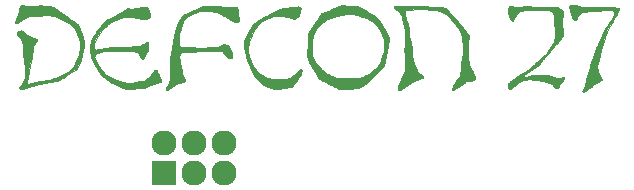
<source format=gbr>
G04 #@! TF.GenerationSoftware,KiCad,Pcbnew,(5.1.2)-1*
G04 #@! TF.CreationDate,2019-07-16T14:08:05-05:00*
G04 #@! TF.ProjectId,wutang-snmp-trap,77757461-6e67-42d7-936e-6d702d747261,rev?*
G04 #@! TF.SameCoordinates,Original*
G04 #@! TF.FileFunction,Soldermask,Top*
G04 #@! TF.FilePolarity,Negative*
%FSLAX46Y46*%
G04 Gerber Fmt 4.6, Leading zero omitted, Abs format (unit mm)*
G04 Created by KiCad (PCBNEW (5.1.2)-1) date 2019-07-16 14:08:05*
%MOMM*%
%LPD*%
G04 APERTURE LIST*
%ADD10C,0.010000*%
%ADD11C,2.127200*%
%ADD12O,2.127200X2.127200*%
%ADD13R,2.127200X2.127200*%
G04 APERTURE END LIST*
D10*
G36*
X26912992Y306628D02*
G01*
X27007593Y296509D01*
X27112565Y278608D01*
X27224623Y253373D01*
X27340478Y221257D01*
X27444700Y187045D01*
X27628850Y121870D01*
X28854400Y113825D01*
X29063907Y112407D01*
X29249978Y111038D01*
X29414575Y109674D01*
X29559662Y108269D01*
X29687202Y106780D01*
X29799158Y105162D01*
X29897493Y103371D01*
X29984170Y101362D01*
X30061153Y99091D01*
X30130405Y96515D01*
X30193888Y93587D01*
X30253566Y90265D01*
X30311403Y86503D01*
X30369361Y82258D01*
X30416500Y78535D01*
X30507258Y71245D01*
X30590411Y64671D01*
X30662379Y59091D01*
X30719583Y54776D01*
X30758442Y52003D01*
X30775092Y51046D01*
X30794522Y38986D01*
X30819227Y4544D01*
X30836080Y-26351D01*
X30875026Y-103503D01*
X30687749Y-429576D01*
X30638309Y-515002D01*
X30578397Y-617444D01*
X30510777Y-732243D01*
X30438210Y-854735D01*
X30363461Y-980259D01*
X30289292Y-1104152D01*
X30218466Y-1221753D01*
X30209034Y-1237351D01*
X29917595Y-1719053D01*
X29804686Y-2037451D01*
X29746778Y-2202638D01*
X29686956Y-2376777D01*
X29626616Y-2555601D01*
X29567152Y-2734844D01*
X29509960Y-2910238D01*
X29456436Y-3077515D01*
X29407975Y-3232409D01*
X29365972Y-3370651D01*
X29341773Y-3453100D01*
X29310224Y-3565695D01*
X29284062Y-3667049D01*
X29261537Y-3765087D01*
X29240899Y-3867731D01*
X29220399Y-3982905D01*
X29207293Y-4062218D01*
X29190150Y-4166315D01*
X29175847Y-4248306D01*
X29163704Y-4311240D01*
X29153042Y-4358166D01*
X29143182Y-4392133D01*
X29133443Y-4416191D01*
X29125225Y-4430435D01*
X29098742Y-4480830D01*
X29071701Y-4553747D01*
X29044966Y-4646344D01*
X29019403Y-4755783D01*
X29006625Y-4819650D01*
X28977744Y-4972050D01*
X29010878Y-5105400D01*
X29027027Y-5176447D01*
X29042237Y-5253846D01*
X29054117Y-5325042D01*
X29057774Y-5351977D01*
X29062361Y-5388026D01*
X29067458Y-5418313D01*
X29074720Y-5446556D01*
X29085798Y-5476472D01*
X29102346Y-5511777D01*
X29126018Y-5556191D01*
X29158465Y-5613429D01*
X29201342Y-5687210D01*
X29224380Y-5726627D01*
X29377223Y-5988050D01*
X29353936Y-6031686D01*
X29298753Y-6112581D01*
X29227493Y-6182727D01*
X29145323Y-6238670D01*
X29057407Y-6276958D01*
X28968911Y-6294140D01*
X28960662Y-6294549D01*
X28879756Y-6297471D01*
X28755953Y-6412165D01*
X28668231Y-6491837D01*
X28588041Y-6560705D01*
X28508802Y-6623915D01*
X28423935Y-6686609D01*
X28326861Y-6753932D01*
X28270200Y-6791928D01*
X28201502Y-6838386D01*
X28132619Y-6886344D01*
X28069586Y-6931505D01*
X28018440Y-6969573D01*
X27997150Y-6986266D01*
X27937501Y-7032128D01*
X27885345Y-7067623D01*
X27844303Y-7090496D01*
X27817999Y-7098495D01*
X27816805Y-7098440D01*
X27798209Y-7092662D01*
X27781250Y-7085175D01*
X27757599Y-7066493D01*
X27732384Y-7036650D01*
X27728644Y-7031151D01*
X27701438Y-6989533D01*
X27769574Y-6882959D01*
X27855646Y-6729717D01*
X27921813Y-6569110D01*
X27969337Y-6397277D01*
X27999477Y-6210351D01*
X28004186Y-6163684D01*
X28008115Y-6121634D01*
X28012223Y-6084851D01*
X28017378Y-6050292D01*
X28024446Y-6014912D01*
X28034296Y-5975670D01*
X28047797Y-5929520D01*
X28065815Y-5873420D01*
X28089218Y-5804326D01*
X28118875Y-5719195D01*
X28155653Y-5614982D01*
X28181245Y-5542745D01*
X28221661Y-5427687D01*
X28262626Y-5309183D01*
X28302546Y-5191974D01*
X28339827Y-5080807D01*
X28372875Y-4980423D01*
X28400097Y-4895566D01*
X28415949Y-4844245D01*
X28550984Y-4412747D01*
X28694036Y-3988464D01*
X28842957Y-3577550D01*
X28987276Y-3206750D01*
X29040746Y-3074869D01*
X29087437Y-2961483D01*
X29129689Y-2861378D01*
X29169842Y-2769341D01*
X29210236Y-2680159D01*
X29253211Y-2588620D01*
X29301108Y-2489512D01*
X29356266Y-2377620D01*
X29389221Y-2311400D01*
X29485619Y-2121400D01*
X29578474Y-1945672D01*
X29671097Y-1778523D01*
X29766802Y-1614258D01*
X29868902Y-1447185D01*
X29980709Y-1271611D01*
X30098724Y-1092071D01*
X30168040Y-987206D01*
X30224439Y-900044D01*
X30269663Y-827543D01*
X30305452Y-766661D01*
X30333548Y-714358D01*
X30355691Y-667592D01*
X30373623Y-623322D01*
X30384203Y-593380D01*
X30409315Y-496135D01*
X30414929Y-408433D01*
X30401343Y-323900D01*
X30397419Y-310280D01*
X30387091Y-275811D01*
X30377549Y-248554D01*
X30365873Y-227580D01*
X30349143Y-211962D01*
X30324438Y-200772D01*
X30288840Y-193082D01*
X30239428Y-187965D01*
X30173282Y-184492D01*
X30087483Y-181736D01*
X29983938Y-178904D01*
X29918552Y-177130D01*
X29859623Y-175747D01*
X29804849Y-174858D01*
X29751927Y-174564D01*
X29698557Y-174970D01*
X29642436Y-176176D01*
X29581263Y-178286D01*
X29512737Y-181403D01*
X29434556Y-185628D01*
X29344417Y-191064D01*
X29240020Y-197815D01*
X29119063Y-205981D01*
X28979244Y-215667D01*
X28818262Y-226974D01*
X28670250Y-237429D01*
X28488837Y-250136D01*
X28330888Y-261090D01*
X28194555Y-270645D01*
X28077989Y-279150D01*
X27979341Y-286957D01*
X27896762Y-294419D01*
X27828405Y-301886D01*
X27772419Y-309711D01*
X27726957Y-318244D01*
X27690171Y-327837D01*
X27660210Y-338843D01*
X27635228Y-351611D01*
X27613374Y-366494D01*
X27592801Y-383844D01*
X27571660Y-404012D01*
X27548102Y-427349D01*
X27520278Y-454208D01*
X27517728Y-456598D01*
X27481813Y-490780D01*
X27453457Y-520292D01*
X27429559Y-549800D01*
X27407021Y-583969D01*
X27382744Y-627464D01*
X27353629Y-684949D01*
X27319588Y-754860D01*
X27281352Y-831595D01*
X27247020Y-895923D01*
X27218362Y-944745D01*
X27197151Y-974957D01*
X27189759Y-982209D01*
X27156269Y-996177D01*
X27112045Y-1003077D01*
X27103147Y-1003300D01*
X27068745Y-1001099D01*
X27042439Y-991395D01*
X27015050Y-969533D01*
X26993278Y-947602D01*
X26958470Y-905987D01*
X26925853Y-854930D01*
X26893797Y-791004D01*
X26860675Y-710784D01*
X26824859Y-610843D01*
X26805274Y-551924D01*
X26779766Y-474431D01*
X26752168Y-391901D01*
X26725684Y-313840D01*
X26703518Y-249757D01*
X26702144Y-245850D01*
X26675014Y-163124D01*
X26651301Y-79893D01*
X26632091Y-1047D01*
X26618467Y68528D01*
X26611513Y123941D01*
X26612197Y159701D01*
X26632087Y203506D01*
X26674195Y248920D01*
X26724297Y285778D01*
X26768057Y301713D01*
X26832051Y308512D01*
X26912992Y306628D01*
X26912992Y306628D01*
G37*
X26912992Y306628D02*
X27007593Y296509D01*
X27112565Y278608D01*
X27224623Y253373D01*
X27340478Y221257D01*
X27444700Y187045D01*
X27628850Y121870D01*
X28854400Y113825D01*
X29063907Y112407D01*
X29249978Y111038D01*
X29414575Y109674D01*
X29559662Y108269D01*
X29687202Y106780D01*
X29799158Y105162D01*
X29897493Y103371D01*
X29984170Y101362D01*
X30061153Y99091D01*
X30130405Y96515D01*
X30193888Y93587D01*
X30253566Y90265D01*
X30311403Y86503D01*
X30369361Y82258D01*
X30416500Y78535D01*
X30507258Y71245D01*
X30590411Y64671D01*
X30662379Y59091D01*
X30719583Y54776D01*
X30758442Y52003D01*
X30775092Y51046D01*
X30794522Y38986D01*
X30819227Y4544D01*
X30836080Y-26351D01*
X30875026Y-103503D01*
X30687749Y-429576D01*
X30638309Y-515002D01*
X30578397Y-617444D01*
X30510777Y-732243D01*
X30438210Y-854735D01*
X30363461Y-980259D01*
X30289292Y-1104152D01*
X30218466Y-1221753D01*
X30209034Y-1237351D01*
X29917595Y-1719053D01*
X29804686Y-2037451D01*
X29746778Y-2202638D01*
X29686956Y-2376777D01*
X29626616Y-2555601D01*
X29567152Y-2734844D01*
X29509960Y-2910238D01*
X29456436Y-3077515D01*
X29407975Y-3232409D01*
X29365972Y-3370651D01*
X29341773Y-3453100D01*
X29310224Y-3565695D01*
X29284062Y-3667049D01*
X29261537Y-3765087D01*
X29240899Y-3867731D01*
X29220399Y-3982905D01*
X29207293Y-4062218D01*
X29190150Y-4166315D01*
X29175847Y-4248306D01*
X29163704Y-4311240D01*
X29153042Y-4358166D01*
X29143182Y-4392133D01*
X29133443Y-4416191D01*
X29125225Y-4430435D01*
X29098742Y-4480830D01*
X29071701Y-4553747D01*
X29044966Y-4646344D01*
X29019403Y-4755783D01*
X29006625Y-4819650D01*
X28977744Y-4972050D01*
X29010878Y-5105400D01*
X29027027Y-5176447D01*
X29042237Y-5253846D01*
X29054117Y-5325042D01*
X29057774Y-5351977D01*
X29062361Y-5388026D01*
X29067458Y-5418313D01*
X29074720Y-5446556D01*
X29085798Y-5476472D01*
X29102346Y-5511777D01*
X29126018Y-5556191D01*
X29158465Y-5613429D01*
X29201342Y-5687210D01*
X29224380Y-5726627D01*
X29377223Y-5988050D01*
X29353936Y-6031686D01*
X29298753Y-6112581D01*
X29227493Y-6182727D01*
X29145323Y-6238670D01*
X29057407Y-6276958D01*
X28968911Y-6294140D01*
X28960662Y-6294549D01*
X28879756Y-6297471D01*
X28755953Y-6412165D01*
X28668231Y-6491837D01*
X28588041Y-6560705D01*
X28508802Y-6623915D01*
X28423935Y-6686609D01*
X28326861Y-6753932D01*
X28270200Y-6791928D01*
X28201502Y-6838386D01*
X28132619Y-6886344D01*
X28069586Y-6931505D01*
X28018440Y-6969573D01*
X27997150Y-6986266D01*
X27937501Y-7032128D01*
X27885345Y-7067623D01*
X27844303Y-7090496D01*
X27817999Y-7098495D01*
X27816805Y-7098440D01*
X27798209Y-7092662D01*
X27781250Y-7085175D01*
X27757599Y-7066493D01*
X27732384Y-7036650D01*
X27728644Y-7031151D01*
X27701438Y-6989533D01*
X27769574Y-6882959D01*
X27855646Y-6729717D01*
X27921813Y-6569110D01*
X27969337Y-6397277D01*
X27999477Y-6210351D01*
X28004186Y-6163684D01*
X28008115Y-6121634D01*
X28012223Y-6084851D01*
X28017378Y-6050292D01*
X28024446Y-6014912D01*
X28034296Y-5975670D01*
X28047797Y-5929520D01*
X28065815Y-5873420D01*
X28089218Y-5804326D01*
X28118875Y-5719195D01*
X28155653Y-5614982D01*
X28181245Y-5542745D01*
X28221661Y-5427687D01*
X28262626Y-5309183D01*
X28302546Y-5191974D01*
X28339827Y-5080807D01*
X28372875Y-4980423D01*
X28400097Y-4895566D01*
X28415949Y-4844245D01*
X28550984Y-4412747D01*
X28694036Y-3988464D01*
X28842957Y-3577550D01*
X28987276Y-3206750D01*
X29040746Y-3074869D01*
X29087437Y-2961483D01*
X29129689Y-2861378D01*
X29169842Y-2769341D01*
X29210236Y-2680159D01*
X29253211Y-2588620D01*
X29301108Y-2489512D01*
X29356266Y-2377620D01*
X29389221Y-2311400D01*
X29485619Y-2121400D01*
X29578474Y-1945672D01*
X29671097Y-1778523D01*
X29766802Y-1614258D01*
X29868902Y-1447185D01*
X29980709Y-1271611D01*
X30098724Y-1092071D01*
X30168040Y-987206D01*
X30224439Y-900044D01*
X30269663Y-827543D01*
X30305452Y-766661D01*
X30333548Y-714358D01*
X30355691Y-667592D01*
X30373623Y-623322D01*
X30384203Y-593380D01*
X30409315Y-496135D01*
X30414929Y-408433D01*
X30401343Y-323900D01*
X30397419Y-310280D01*
X30387091Y-275811D01*
X30377549Y-248554D01*
X30365873Y-227580D01*
X30349143Y-211962D01*
X30324438Y-200772D01*
X30288840Y-193082D01*
X30239428Y-187965D01*
X30173282Y-184492D01*
X30087483Y-181736D01*
X29983938Y-178904D01*
X29918552Y-177130D01*
X29859623Y-175747D01*
X29804849Y-174858D01*
X29751927Y-174564D01*
X29698557Y-174970D01*
X29642436Y-176176D01*
X29581263Y-178286D01*
X29512737Y-181403D01*
X29434556Y-185628D01*
X29344417Y-191064D01*
X29240020Y-197815D01*
X29119063Y-205981D01*
X28979244Y-215667D01*
X28818262Y-226974D01*
X28670250Y-237429D01*
X28488837Y-250136D01*
X28330888Y-261090D01*
X28194555Y-270645D01*
X28077989Y-279150D01*
X27979341Y-286957D01*
X27896762Y-294419D01*
X27828405Y-301886D01*
X27772419Y-309711D01*
X27726957Y-318244D01*
X27690171Y-327837D01*
X27660210Y-338843D01*
X27635228Y-351611D01*
X27613374Y-366494D01*
X27592801Y-383844D01*
X27571660Y-404012D01*
X27548102Y-427349D01*
X27520278Y-454208D01*
X27517728Y-456598D01*
X27481813Y-490780D01*
X27453457Y-520292D01*
X27429559Y-549800D01*
X27407021Y-583969D01*
X27382744Y-627464D01*
X27353629Y-684949D01*
X27319588Y-754860D01*
X27281352Y-831595D01*
X27247020Y-895923D01*
X27218362Y-944745D01*
X27197151Y-974957D01*
X27189759Y-982209D01*
X27156269Y-996177D01*
X27112045Y-1003077D01*
X27103147Y-1003300D01*
X27068745Y-1001099D01*
X27042439Y-991395D01*
X27015050Y-969533D01*
X26993278Y-947602D01*
X26958470Y-905987D01*
X26925853Y-854930D01*
X26893797Y-791004D01*
X26860675Y-710784D01*
X26824859Y-610843D01*
X26805274Y-551924D01*
X26779766Y-474431D01*
X26752168Y-391901D01*
X26725684Y-313840D01*
X26703518Y-249757D01*
X26702144Y-245850D01*
X26675014Y-163124D01*
X26651301Y-79893D01*
X26632091Y-1047D01*
X26618467Y68528D01*
X26611513Y123941D01*
X26612197Y159701D01*
X26632087Y203506D01*
X26674195Y248920D01*
X26724297Y285778D01*
X26768057Y301713D01*
X26832051Y308512D01*
X26912992Y306628D01*
G36*
X12065000Y230640D02*
G01*
X12155790Y228725D01*
X12229169Y225034D01*
X12293103Y218770D01*
X12355562Y209133D01*
X12424514Y195326D01*
X12430512Y194025D01*
X12497775Y179816D01*
X12547101Y171023D01*
X12585251Y167130D01*
X12618985Y167618D01*
X12655064Y171969D01*
X12675223Y175282D01*
X12706582Y178902D01*
X12755917Y181985D01*
X12824251Y184547D01*
X12912607Y186608D01*
X13022009Y188184D01*
X13153481Y189293D01*
X13308046Y189953D01*
X13486729Y190182D01*
X13535260Y190174D01*
X14306550Y189847D01*
X15189609Y122381D01*
X15360517Y109309D01*
X15507988Y97960D01*
X15633915Y88130D01*
X15740187Y79618D01*
X15828697Y72219D01*
X15901334Y65733D01*
X15959990Y59955D01*
X16006557Y54684D01*
X16042924Y49716D01*
X16070982Y44849D01*
X16092624Y39880D01*
X16109739Y34607D01*
X16124219Y28826D01*
X16137955Y22335D01*
X16142109Y20270D01*
X16202013Y-16109D01*
X16260252Y-62683D01*
X16309421Y-112816D01*
X16341218Y-158134D01*
X16352392Y-173149D01*
X16379084Y-205800D01*
X16420049Y-254641D01*
X16474044Y-318224D01*
X16539824Y-395103D01*
X16616145Y-483829D01*
X16701762Y-582957D01*
X16795432Y-691039D01*
X16895910Y-806628D01*
X17001951Y-928276D01*
X17092674Y-1032094D01*
X17220141Y-1177825D01*
X17331964Y-1305780D01*
X17429237Y-1417289D01*
X17513053Y-1513680D01*
X17584507Y-1596285D01*
X17644692Y-1666432D01*
X17694702Y-1725451D01*
X17735631Y-1774672D01*
X17768572Y-1815424D01*
X17794619Y-1849036D01*
X17814866Y-1876839D01*
X17830407Y-1900162D01*
X17842335Y-1920334D01*
X17851744Y-1938685D01*
X17859728Y-1956544D01*
X17866282Y-1972510D01*
X17884110Y-2015273D01*
X17900808Y-2049096D01*
X17920134Y-2078702D01*
X17945848Y-2108815D01*
X17981705Y-2144161D01*
X18031465Y-2189463D01*
X18056828Y-2212074D01*
X18123644Y-2271499D01*
X18091538Y-2586724D01*
X18082405Y-2681201D01*
X18074296Y-2774306D01*
X18067599Y-2860812D01*
X18062704Y-2935492D01*
X18059998Y-2993120D01*
X18059585Y-3016250D01*
X18059014Y-3061527D01*
X18057329Y-3127035D01*
X18054706Y-3207638D01*
X18051320Y-3298200D01*
X18047346Y-3393584D01*
X18044585Y-3454614D01*
X18038156Y-3641170D01*
X18037562Y-3811507D01*
X18043135Y-3974202D01*
X18055205Y-4137832D01*
X18074102Y-4310973D01*
X18079077Y-4350186D01*
X18101156Y-4503659D01*
X18126230Y-4641001D01*
X18156029Y-4767178D01*
X18192283Y-4887154D01*
X18236721Y-5005895D01*
X18291072Y-5128364D01*
X18357067Y-5259528D01*
X18436435Y-5404352D01*
X18461881Y-5449056D01*
X18589603Y-5671934D01*
X18614499Y-5828376D01*
X18639396Y-5984819D01*
X18512112Y-6067152D01*
X18443650Y-6111262D01*
X18391638Y-6143299D01*
X18351114Y-6164853D01*
X18317115Y-6177511D01*
X18284678Y-6182863D01*
X18248841Y-6182498D01*
X18204641Y-6178003D01*
X18176618Y-6174551D01*
X18082308Y-6164425D01*
X18008851Y-6160313D01*
X17952414Y-6162246D01*
X17909166Y-6170254D01*
X17890717Y-6176787D01*
X17864774Y-6193088D01*
X17827396Y-6223269D01*
X17784309Y-6262484D01*
X17754600Y-6291914D01*
X17727140Y-6319055D01*
X17697351Y-6345954D01*
X17662817Y-6374331D01*
X17621122Y-6405910D01*
X17569848Y-6442412D01*
X17506581Y-6485561D01*
X17428903Y-6537078D01*
X17334399Y-6598685D01*
X17226524Y-6668326D01*
X17131944Y-6728902D01*
X17043559Y-6784942D01*
X16963739Y-6834983D01*
X16894853Y-6877566D01*
X16839273Y-6911230D01*
X16799369Y-6934515D01*
X16777511Y-6945959D01*
X16774467Y-6946900D01*
X16751352Y-6938008D01*
X16735850Y-6924675D01*
X16719241Y-6905045D01*
X16707617Y-6887263D01*
X16701628Y-6868033D01*
X16701920Y-6844062D01*
X16709143Y-6812055D01*
X16723946Y-6768720D01*
X16746977Y-6710760D01*
X16778884Y-6634884D01*
X16804920Y-6573859D01*
X16921779Y-6300261D01*
X17147447Y-6010805D01*
X17205183Y-5936323D01*
X17257479Y-5868042D01*
X17302368Y-5808595D01*
X17337885Y-5760612D01*
X17362066Y-5726727D01*
X17372944Y-5709571D01*
X17373357Y-5708280D01*
X17374873Y-5693849D01*
X17379185Y-5656192D01*
X17386057Y-5597301D01*
X17395251Y-5519169D01*
X17406533Y-5423786D01*
X17419666Y-5313147D01*
X17434413Y-5189242D01*
X17450540Y-5054064D01*
X17467810Y-4909605D01*
X17485986Y-4757858D01*
X17486235Y-4755780D01*
X17598871Y-3816350D01*
X17588811Y-3213935D01*
X17586582Y-3089642D01*
X17584159Y-2970723D01*
X17581621Y-2860084D01*
X17579047Y-2760632D01*
X17576518Y-2675275D01*
X17574113Y-2606920D01*
X17571911Y-2558473D01*
X17570190Y-2534485D01*
X17536079Y-2336575D01*
X17478956Y-2143200D01*
X17400377Y-1958657D01*
X17301903Y-1787240D01*
X17295690Y-1777904D01*
X17274786Y-1749051D01*
X17239730Y-1703339D01*
X17192663Y-1643393D01*
X17135728Y-1571835D01*
X17071067Y-1491292D01*
X17000823Y-1404387D01*
X16927139Y-1313746D01*
X16852155Y-1221992D01*
X16778016Y-1131750D01*
X16706863Y-1045645D01*
X16640838Y-966300D01*
X16582085Y-896342D01*
X16532745Y-838393D01*
X16494961Y-795079D01*
X16479437Y-777967D01*
X16340280Y-645535D01*
X16180582Y-524108D01*
X16003400Y-415292D01*
X15811793Y-320696D01*
X15608816Y-241927D01*
X15397528Y-180592D01*
X15303500Y-159699D01*
X15248564Y-148966D01*
X15195849Y-139576D01*
X15143333Y-131450D01*
X15088997Y-124510D01*
X15030820Y-118678D01*
X14966782Y-113874D01*
X14894864Y-110019D01*
X14813044Y-107035D01*
X14719302Y-104844D01*
X14611619Y-103365D01*
X14487975Y-102521D01*
X14346348Y-102232D01*
X14184719Y-102421D01*
X14001068Y-103007D01*
X13864428Y-103585D01*
X12896850Y-107950D01*
X12843049Y-138765D01*
X12780914Y-188550D01*
X12732150Y-257612D01*
X12709013Y-311150D01*
X12705480Y-322753D01*
X12703195Y-335489D01*
X12702572Y-351392D01*
X12704024Y-372496D01*
X12707965Y-400838D01*
X12714807Y-438451D01*
X12724965Y-487372D01*
X12738852Y-549634D01*
X12756881Y-627274D01*
X12779466Y-722325D01*
X12807019Y-836823D01*
X12839955Y-972803D01*
X12861234Y-1060450D01*
X13030883Y-1758950D01*
X13067284Y-2197100D01*
X13077102Y-2314502D01*
X13085314Y-2409565D01*
X13092343Y-2485267D01*
X13098617Y-2544588D01*
X13104560Y-2590507D01*
X13110598Y-2626002D01*
X13117156Y-2654053D01*
X13124660Y-2677639D01*
X13133536Y-2699739D01*
X13141656Y-2717800D01*
X13183729Y-2815319D01*
X13217522Y-2908786D01*
X13244063Y-3003175D01*
X13264378Y-3103464D01*
X13279495Y-3214630D01*
X13290440Y-3341648D01*
X13297564Y-3473450D01*
X13303945Y-3617084D01*
X13309871Y-3738680D01*
X13315679Y-3841585D01*
X13321705Y-3929147D01*
X13328287Y-4004716D01*
X13335762Y-4071639D01*
X13344467Y-4133266D01*
X13354740Y-4192944D01*
X13366918Y-4254021D01*
X13381337Y-4319847D01*
X13383954Y-4331392D01*
X13402840Y-4412632D01*
X13419439Y-4477746D01*
X13436127Y-4533443D01*
X13455283Y-4586432D01*
X13479285Y-4643421D01*
X13510510Y-4711119D01*
X13541517Y-4775892D01*
X13579693Y-4858078D01*
X13617717Y-4945290D01*
X13652525Y-5030132D01*
X13681058Y-5105204D01*
X13696248Y-5149850D01*
X13716770Y-5212884D01*
X13737031Y-5271153D01*
X13754664Y-5318087D01*
X13767090Y-5346700D01*
X13790334Y-5383498D01*
X13823638Y-5421319D01*
X13869860Y-5462633D01*
X13931855Y-5509909D01*
X14012481Y-5565616D01*
X14046200Y-5587936D01*
X14103395Y-5626587D01*
X14153607Y-5662615D01*
X14192598Y-5692820D01*
X14216127Y-5714002D01*
X14220374Y-5719429D01*
X14232090Y-5756376D01*
X14235837Y-5803338D01*
X14231253Y-5847267D01*
X14224485Y-5866493D01*
X14217813Y-5876750D01*
X14207631Y-5886148D01*
X14190898Y-5895880D01*
X14164568Y-5907139D01*
X14125598Y-5921117D01*
X14070945Y-5939007D01*
X13997564Y-5962003D01*
X13919200Y-5986145D01*
X13840949Y-6010601D01*
X13777103Y-6032032D01*
X13721621Y-6053094D01*
X13668464Y-6076439D01*
X13611591Y-6104721D01*
X13544961Y-6140595D01*
X13462535Y-6186714D01*
X13462000Y-6187016D01*
X13382101Y-6232036D01*
X13300425Y-6277905D01*
X13222892Y-6321309D01*
X13155425Y-6358933D01*
X13103946Y-6387461D01*
X13102615Y-6388195D01*
X13055312Y-6416384D01*
X12992862Y-6456758D01*
X12920198Y-6505949D01*
X12842256Y-6560593D01*
X12763973Y-6617324D01*
X12734315Y-6639363D01*
X12627246Y-6718634D01*
X12537364Y-6782809D01*
X12462332Y-6833034D01*
X12399811Y-6870457D01*
X12347464Y-6896226D01*
X12302951Y-6911491D01*
X12263936Y-6917397D01*
X12228079Y-6915094D01*
X12193044Y-6905730D01*
X12192331Y-6905477D01*
X12159813Y-6889025D01*
X12137641Y-6864040D01*
X12124098Y-6826160D01*
X12117468Y-6771024D01*
X12115987Y-6711503D01*
X12115800Y-6596757D01*
X12672078Y-5512983D01*
X12680245Y-5306016D01*
X12685199Y-5217304D01*
X12693028Y-5119768D01*
X12702743Y-5024010D01*
X12713357Y-4940631D01*
X12715802Y-4924445D01*
X12725268Y-4862070D01*
X12731904Y-4810466D01*
X12735886Y-4763679D01*
X12737389Y-4715761D01*
X12736591Y-4660758D01*
X12733667Y-4592720D01*
X12728794Y-4505697D01*
X12728399Y-4498995D01*
X12722806Y-4415682D01*
X12714891Y-4313907D01*
X12705245Y-4200441D01*
X12694461Y-4082052D01*
X12683130Y-3965512D01*
X12674488Y-3882076D01*
X12635369Y-3516002D01*
X12673904Y-3228026D01*
X12693086Y-3083267D01*
X12708882Y-2960332D01*
X12721602Y-2855918D01*
X12731558Y-2766720D01*
X12739060Y-2689433D01*
X12744420Y-2620752D01*
X12747947Y-2557373D01*
X12749953Y-2495991D01*
X12750749Y-2433302D01*
X12750800Y-2410553D01*
X12750194Y-2336642D01*
X12748072Y-2267217D01*
X12743973Y-2199295D01*
X12737436Y-2129892D01*
X12728001Y-2056026D01*
X12715209Y-1974713D01*
X12698598Y-1882971D01*
X12677708Y-1777816D01*
X12652080Y-1656267D01*
X12621253Y-1515339D01*
X12593439Y-1390650D01*
X12567500Y-1274848D01*
X12542776Y-1164110D01*
X12519938Y-1061468D01*
X12499657Y-969954D01*
X12482604Y-892602D01*
X12469452Y-832443D01*
X12460871Y-792511D01*
X12458498Y-781050D01*
X12429776Y-678553D01*
X12385630Y-572397D01*
X12330118Y-470248D01*
X12267301Y-379769D01*
X12215084Y-321489D01*
X12184355Y-294918D01*
X12137921Y-258735D01*
X12081393Y-217143D01*
X12020380Y-174344D01*
X12001604Y-161604D01*
X11940367Y-120106D01*
X11896811Y-89237D01*
X11867413Y-65644D01*
X11848652Y-45968D01*
X11837005Y-26854D01*
X11828951Y-4946D01*
X11825781Y5938D01*
X11815328Y78334D01*
X11822190Y150936D01*
X11839930Y202372D01*
X11855450Y233293D01*
X12065000Y230640D01*
X12065000Y230640D01*
G37*
X12065000Y230640D02*
X12155790Y228725D01*
X12229169Y225034D01*
X12293103Y218770D01*
X12355562Y209133D01*
X12424514Y195326D01*
X12430512Y194025D01*
X12497775Y179816D01*
X12547101Y171023D01*
X12585251Y167130D01*
X12618985Y167618D01*
X12655064Y171969D01*
X12675223Y175282D01*
X12706582Y178902D01*
X12755917Y181985D01*
X12824251Y184547D01*
X12912607Y186608D01*
X13022009Y188184D01*
X13153481Y189293D01*
X13308046Y189953D01*
X13486729Y190182D01*
X13535260Y190174D01*
X14306550Y189847D01*
X15189609Y122381D01*
X15360517Y109309D01*
X15507988Y97960D01*
X15633915Y88130D01*
X15740187Y79618D01*
X15828697Y72219D01*
X15901334Y65733D01*
X15959990Y59955D01*
X16006557Y54684D01*
X16042924Y49716D01*
X16070982Y44849D01*
X16092624Y39880D01*
X16109739Y34607D01*
X16124219Y28826D01*
X16137955Y22335D01*
X16142109Y20270D01*
X16202013Y-16109D01*
X16260252Y-62683D01*
X16309421Y-112816D01*
X16341218Y-158134D01*
X16352392Y-173149D01*
X16379084Y-205800D01*
X16420049Y-254641D01*
X16474044Y-318224D01*
X16539824Y-395103D01*
X16616145Y-483829D01*
X16701762Y-582957D01*
X16795432Y-691039D01*
X16895910Y-806628D01*
X17001951Y-928276D01*
X17092674Y-1032094D01*
X17220141Y-1177825D01*
X17331964Y-1305780D01*
X17429237Y-1417289D01*
X17513053Y-1513680D01*
X17584507Y-1596285D01*
X17644692Y-1666432D01*
X17694702Y-1725451D01*
X17735631Y-1774672D01*
X17768572Y-1815424D01*
X17794619Y-1849036D01*
X17814866Y-1876839D01*
X17830407Y-1900162D01*
X17842335Y-1920334D01*
X17851744Y-1938685D01*
X17859728Y-1956544D01*
X17866282Y-1972510D01*
X17884110Y-2015273D01*
X17900808Y-2049096D01*
X17920134Y-2078702D01*
X17945848Y-2108815D01*
X17981705Y-2144161D01*
X18031465Y-2189463D01*
X18056828Y-2212074D01*
X18123644Y-2271499D01*
X18091538Y-2586724D01*
X18082405Y-2681201D01*
X18074296Y-2774306D01*
X18067599Y-2860812D01*
X18062704Y-2935492D01*
X18059998Y-2993120D01*
X18059585Y-3016250D01*
X18059014Y-3061527D01*
X18057329Y-3127035D01*
X18054706Y-3207638D01*
X18051320Y-3298200D01*
X18047346Y-3393584D01*
X18044585Y-3454614D01*
X18038156Y-3641170D01*
X18037562Y-3811507D01*
X18043135Y-3974202D01*
X18055205Y-4137832D01*
X18074102Y-4310973D01*
X18079077Y-4350186D01*
X18101156Y-4503659D01*
X18126230Y-4641001D01*
X18156029Y-4767178D01*
X18192283Y-4887154D01*
X18236721Y-5005895D01*
X18291072Y-5128364D01*
X18357067Y-5259528D01*
X18436435Y-5404352D01*
X18461881Y-5449056D01*
X18589603Y-5671934D01*
X18614499Y-5828376D01*
X18639396Y-5984819D01*
X18512112Y-6067152D01*
X18443650Y-6111262D01*
X18391638Y-6143299D01*
X18351114Y-6164853D01*
X18317115Y-6177511D01*
X18284678Y-6182863D01*
X18248841Y-6182498D01*
X18204641Y-6178003D01*
X18176618Y-6174551D01*
X18082308Y-6164425D01*
X18008851Y-6160313D01*
X17952414Y-6162246D01*
X17909166Y-6170254D01*
X17890717Y-6176787D01*
X17864774Y-6193088D01*
X17827396Y-6223269D01*
X17784309Y-6262484D01*
X17754600Y-6291914D01*
X17727140Y-6319055D01*
X17697351Y-6345954D01*
X17662817Y-6374331D01*
X17621122Y-6405910D01*
X17569848Y-6442412D01*
X17506581Y-6485561D01*
X17428903Y-6537078D01*
X17334399Y-6598685D01*
X17226524Y-6668326D01*
X17131944Y-6728902D01*
X17043559Y-6784942D01*
X16963739Y-6834983D01*
X16894853Y-6877566D01*
X16839273Y-6911230D01*
X16799369Y-6934515D01*
X16777511Y-6945959D01*
X16774467Y-6946900D01*
X16751352Y-6938008D01*
X16735850Y-6924675D01*
X16719241Y-6905045D01*
X16707617Y-6887263D01*
X16701628Y-6868033D01*
X16701920Y-6844062D01*
X16709143Y-6812055D01*
X16723946Y-6768720D01*
X16746977Y-6710760D01*
X16778884Y-6634884D01*
X16804920Y-6573859D01*
X16921779Y-6300261D01*
X17147447Y-6010805D01*
X17205183Y-5936323D01*
X17257479Y-5868042D01*
X17302368Y-5808595D01*
X17337885Y-5760612D01*
X17362066Y-5726727D01*
X17372944Y-5709571D01*
X17373357Y-5708280D01*
X17374873Y-5693849D01*
X17379185Y-5656192D01*
X17386057Y-5597301D01*
X17395251Y-5519169D01*
X17406533Y-5423786D01*
X17419666Y-5313147D01*
X17434413Y-5189242D01*
X17450540Y-5054064D01*
X17467810Y-4909605D01*
X17485986Y-4757858D01*
X17486235Y-4755780D01*
X17598871Y-3816350D01*
X17588811Y-3213935D01*
X17586582Y-3089642D01*
X17584159Y-2970723D01*
X17581621Y-2860084D01*
X17579047Y-2760632D01*
X17576518Y-2675275D01*
X17574113Y-2606920D01*
X17571911Y-2558473D01*
X17570190Y-2534485D01*
X17536079Y-2336575D01*
X17478956Y-2143200D01*
X17400377Y-1958657D01*
X17301903Y-1787240D01*
X17295690Y-1777904D01*
X17274786Y-1749051D01*
X17239730Y-1703339D01*
X17192663Y-1643393D01*
X17135728Y-1571835D01*
X17071067Y-1491292D01*
X17000823Y-1404387D01*
X16927139Y-1313746D01*
X16852155Y-1221992D01*
X16778016Y-1131750D01*
X16706863Y-1045645D01*
X16640838Y-966300D01*
X16582085Y-896342D01*
X16532745Y-838393D01*
X16494961Y-795079D01*
X16479437Y-777967D01*
X16340280Y-645535D01*
X16180582Y-524108D01*
X16003400Y-415292D01*
X15811793Y-320696D01*
X15608816Y-241927D01*
X15397528Y-180592D01*
X15303500Y-159699D01*
X15248564Y-148966D01*
X15195849Y-139576D01*
X15143333Y-131450D01*
X15088997Y-124510D01*
X15030820Y-118678D01*
X14966782Y-113874D01*
X14894864Y-110019D01*
X14813044Y-107035D01*
X14719302Y-104844D01*
X14611619Y-103365D01*
X14487975Y-102521D01*
X14346348Y-102232D01*
X14184719Y-102421D01*
X14001068Y-103007D01*
X13864428Y-103585D01*
X12896850Y-107950D01*
X12843049Y-138765D01*
X12780914Y-188550D01*
X12732150Y-257612D01*
X12709013Y-311150D01*
X12705480Y-322753D01*
X12703195Y-335489D01*
X12702572Y-351392D01*
X12704024Y-372496D01*
X12707965Y-400838D01*
X12714807Y-438451D01*
X12724965Y-487372D01*
X12738852Y-549634D01*
X12756881Y-627274D01*
X12779466Y-722325D01*
X12807019Y-836823D01*
X12839955Y-972803D01*
X12861234Y-1060450D01*
X13030883Y-1758950D01*
X13067284Y-2197100D01*
X13077102Y-2314502D01*
X13085314Y-2409565D01*
X13092343Y-2485267D01*
X13098617Y-2544588D01*
X13104560Y-2590507D01*
X13110598Y-2626002D01*
X13117156Y-2654053D01*
X13124660Y-2677639D01*
X13133536Y-2699739D01*
X13141656Y-2717800D01*
X13183729Y-2815319D01*
X13217522Y-2908786D01*
X13244063Y-3003175D01*
X13264378Y-3103464D01*
X13279495Y-3214630D01*
X13290440Y-3341648D01*
X13297564Y-3473450D01*
X13303945Y-3617084D01*
X13309871Y-3738680D01*
X13315679Y-3841585D01*
X13321705Y-3929147D01*
X13328287Y-4004716D01*
X13335762Y-4071639D01*
X13344467Y-4133266D01*
X13354740Y-4192944D01*
X13366918Y-4254021D01*
X13381337Y-4319847D01*
X13383954Y-4331392D01*
X13402840Y-4412632D01*
X13419439Y-4477746D01*
X13436127Y-4533443D01*
X13455283Y-4586432D01*
X13479285Y-4643421D01*
X13510510Y-4711119D01*
X13541517Y-4775892D01*
X13579693Y-4858078D01*
X13617717Y-4945290D01*
X13652525Y-5030132D01*
X13681058Y-5105204D01*
X13696248Y-5149850D01*
X13716770Y-5212884D01*
X13737031Y-5271153D01*
X13754664Y-5318087D01*
X13767090Y-5346700D01*
X13790334Y-5383498D01*
X13823638Y-5421319D01*
X13869860Y-5462633D01*
X13931855Y-5509909D01*
X14012481Y-5565616D01*
X14046200Y-5587936D01*
X14103395Y-5626587D01*
X14153607Y-5662615D01*
X14192598Y-5692820D01*
X14216127Y-5714002D01*
X14220374Y-5719429D01*
X14232090Y-5756376D01*
X14235837Y-5803338D01*
X14231253Y-5847267D01*
X14224485Y-5866493D01*
X14217813Y-5876750D01*
X14207631Y-5886148D01*
X14190898Y-5895880D01*
X14164568Y-5907139D01*
X14125598Y-5921117D01*
X14070945Y-5939007D01*
X13997564Y-5962003D01*
X13919200Y-5986145D01*
X13840949Y-6010601D01*
X13777103Y-6032032D01*
X13721621Y-6053094D01*
X13668464Y-6076439D01*
X13611591Y-6104721D01*
X13544961Y-6140595D01*
X13462535Y-6186714D01*
X13462000Y-6187016D01*
X13382101Y-6232036D01*
X13300425Y-6277905D01*
X13222892Y-6321309D01*
X13155425Y-6358933D01*
X13103946Y-6387461D01*
X13102615Y-6388195D01*
X13055312Y-6416384D01*
X12992862Y-6456758D01*
X12920198Y-6505949D01*
X12842256Y-6560593D01*
X12763973Y-6617324D01*
X12734315Y-6639363D01*
X12627246Y-6718634D01*
X12537364Y-6782809D01*
X12462332Y-6833034D01*
X12399811Y-6870457D01*
X12347464Y-6896226D01*
X12302951Y-6911491D01*
X12263936Y-6917397D01*
X12228079Y-6915094D01*
X12193044Y-6905730D01*
X12192331Y-6905477D01*
X12159813Y-6889025D01*
X12137641Y-6864040D01*
X12124098Y-6826160D01*
X12117468Y-6771024D01*
X12115987Y-6711503D01*
X12115800Y-6596757D01*
X12672078Y-5512983D01*
X12680245Y-5306016D01*
X12685199Y-5217304D01*
X12693028Y-5119768D01*
X12702743Y-5024010D01*
X12713357Y-4940631D01*
X12715802Y-4924445D01*
X12725268Y-4862070D01*
X12731904Y-4810466D01*
X12735886Y-4763679D01*
X12737389Y-4715761D01*
X12736591Y-4660758D01*
X12733667Y-4592720D01*
X12728794Y-4505697D01*
X12728399Y-4498995D01*
X12722806Y-4415682D01*
X12714891Y-4313907D01*
X12705245Y-4200441D01*
X12694461Y-4082052D01*
X12683130Y-3965512D01*
X12674488Y-3882076D01*
X12635369Y-3516002D01*
X12673904Y-3228026D01*
X12693086Y-3083267D01*
X12708882Y-2960332D01*
X12721602Y-2855918D01*
X12731558Y-2766720D01*
X12739060Y-2689433D01*
X12744420Y-2620752D01*
X12747947Y-2557373D01*
X12749953Y-2495991D01*
X12750749Y-2433302D01*
X12750800Y-2410553D01*
X12750194Y-2336642D01*
X12748072Y-2267217D01*
X12743973Y-2199295D01*
X12737436Y-2129892D01*
X12728001Y-2056026D01*
X12715209Y-1974713D01*
X12698598Y-1882971D01*
X12677708Y-1777816D01*
X12652080Y-1656267D01*
X12621253Y-1515339D01*
X12593439Y-1390650D01*
X12567500Y-1274848D01*
X12542776Y-1164110D01*
X12519938Y-1061468D01*
X12499657Y-969954D01*
X12482604Y-892602D01*
X12469452Y-832443D01*
X12460871Y-792511D01*
X12458498Y-781050D01*
X12429776Y-678553D01*
X12385630Y-572397D01*
X12330118Y-470248D01*
X12267301Y-379769D01*
X12215084Y-321489D01*
X12184355Y-294918D01*
X12137921Y-258735D01*
X12081393Y-217143D01*
X12020380Y-174344D01*
X12001604Y-161604D01*
X11940367Y-120106D01*
X11896811Y-89237D01*
X11867413Y-65644D01*
X11848652Y-45968D01*
X11837005Y-26854D01*
X11828951Y-4946D01*
X11825781Y5938D01*
X11815328Y78334D01*
X11822190Y150936D01*
X11839930Y202372D01*
X11855450Y233293D01*
X12065000Y230640D01*
G36*
X-4012002Y187064D02*
G01*
X-3908843Y186280D01*
X-3794970Y184792D01*
X-3674049Y182632D01*
X-3549748Y179833D01*
X-3490260Y178280D01*
X-3352874Y174435D01*
X-3238064Y170954D01*
X-3143010Y167654D01*
X-3064895Y164355D01*
X-3000899Y160875D01*
X-2948205Y157033D01*
X-2903993Y152646D01*
X-2865445Y147535D01*
X-2829743Y141516D01*
X-2794068Y134409D01*
X-2787650Y133047D01*
X-2680780Y112101D01*
X-2578261Y96398D01*
X-2473432Y85303D01*
X-2359629Y78178D01*
X-2230189Y74387D01*
X-2165350Y73601D01*
X-2073267Y73321D01*
X-2000502Y74410D01*
X-1940993Y77294D01*
X-1888676Y82399D01*
X-1837488Y90151D01*
X-1784350Y100362D01*
X-1691749Y118572D01*
X-1620759Y130507D01*
X-1568444Y136406D01*
X-1531865Y136509D01*
X-1508083Y131054D01*
X-1497137Y123723D01*
X-1488606Y105507D01*
X-1479383Y66548D01*
X-1469256Y5604D01*
X-1458008Y-78565D01*
X-1449137Y-153885D01*
X-1438822Y-243303D01*
X-1426151Y-350264D01*
X-1412049Y-467125D01*
X-1397442Y-586243D01*
X-1383256Y-699973D01*
X-1377009Y-749300D01*
X-1334140Y-1085850D01*
X-1393470Y-1140975D01*
X-1426511Y-1170722D01*
X-1450350Y-1186449D01*
X-1474327Y-1191494D01*
X-1507785Y-1189195D01*
X-1523164Y-1187310D01*
X-1680452Y-1156260D01*
X-1838450Y-1102011D01*
X-1999113Y-1023847D01*
X-2050090Y-994455D01*
X-2082901Y-974341D01*
X-2132912Y-943025D01*
X-2196004Y-903117D01*
X-2268060Y-857229D01*
X-2344961Y-807969D01*
X-2389720Y-779168D01*
X-2527317Y-691766D01*
X-2648476Y-617946D01*
X-2756952Y-555881D01*
X-2856498Y-503741D01*
X-2950867Y-459699D01*
X-3043813Y-421926D01*
X-3139089Y-388593D01*
X-3240450Y-357872D01*
X-3273606Y-348618D01*
X-3465706Y-302438D01*
X-3672745Y-265438D01*
X-3897175Y-237294D01*
X-4141449Y-217683D01*
X-4337050Y-208452D01*
X-4419868Y-205773D01*
X-4482834Y-204565D01*
X-4531475Y-205217D01*
X-4571316Y-208121D01*
X-4607883Y-213667D01*
X-4646702Y-222248D01*
X-4690263Y-233452D01*
X-4752667Y-252908D01*
X-4833682Y-283300D01*
X-4934255Y-325018D01*
X-5055336Y-378452D01*
X-5160163Y-426444D01*
X-5289968Y-486573D01*
X-5398988Y-537122D01*
X-5489422Y-579321D01*
X-5563472Y-614397D01*
X-5623336Y-643579D01*
X-5671216Y-668095D01*
X-5709312Y-689175D01*
X-5739823Y-708046D01*
X-5764951Y-725938D01*
X-5786895Y-744078D01*
X-5807855Y-763696D01*
X-5830032Y-786020D01*
X-5855626Y-812278D01*
X-5861050Y-817807D01*
X-5951510Y-917918D01*
X-6022137Y-1016157D01*
X-6076655Y-1119423D01*
X-6118788Y-1234613D01*
X-6148224Y-1349689D01*
X-6158932Y-1392400D01*
X-6176480Y-1454839D01*
X-6199557Y-1532677D01*
X-6226851Y-1621586D01*
X-6257052Y-1717235D01*
X-6288848Y-1815297D01*
X-6293856Y-1830498D01*
X-6413928Y-2194147D01*
X-6431816Y-2624248D01*
X-6449703Y-3054350D01*
X-6416952Y-3110738D01*
X-6361709Y-3186108D01*
X-6294574Y-3240912D01*
X-6280150Y-3249303D01*
X-6267690Y-3254674D01*
X-6249964Y-3259172D01*
X-6224546Y-3262922D01*
X-6189008Y-3266048D01*
X-6140921Y-3268675D01*
X-6077858Y-3270925D01*
X-5997390Y-3272923D01*
X-5897090Y-3274795D01*
X-5774530Y-3276662D01*
X-5734050Y-3277227D01*
X-5599324Y-3279240D01*
X-5486694Y-3281355D01*
X-5392855Y-3283737D01*
X-5314502Y-3286552D01*
X-5248333Y-3289964D01*
X-5191042Y-3294140D01*
X-5139325Y-3299243D01*
X-5089877Y-3305439D01*
X-5048250Y-3311523D01*
X-4942554Y-3325982D01*
X-4828180Y-3338542D01*
X-4710764Y-3348827D01*
X-4595943Y-3356460D01*
X-4489356Y-3361066D01*
X-4396637Y-3362270D01*
X-4324350Y-3359764D01*
X-4229164Y-3350842D01*
X-4117940Y-3337243D01*
X-3999330Y-3320241D01*
X-3881991Y-3301115D01*
X-3774574Y-3281140D01*
X-3733800Y-3272654D01*
X-3685084Y-3262356D01*
X-3645180Y-3255292D01*
X-3609007Y-3251591D01*
X-3571483Y-3251379D01*
X-3527529Y-3254783D01*
X-3472061Y-3261933D01*
X-3400000Y-3272954D01*
X-3340100Y-3282537D01*
X-3301694Y-3285083D01*
X-3252927Y-3281070D01*
X-3188536Y-3269889D01*
X-3140003Y-3259441D01*
X-3020128Y-3227942D01*
X-2920804Y-3191600D01*
X-2837339Y-3148407D01*
X-2771955Y-3102062D01*
X-2734553Y-3072979D01*
X-2705788Y-3056783D01*
X-2675107Y-3049717D01*
X-2631961Y-3048024D01*
X-2620128Y-3048000D01*
X-2567608Y-3050899D01*
X-2511278Y-3060599D01*
X-2443831Y-3078602D01*
X-2392521Y-3094826D01*
X-2250246Y-3141652D01*
X-2090323Y-3448517D01*
X-1930400Y-3755383D01*
X-1930400Y-3951927D01*
X-1930587Y-4026878D01*
X-1931508Y-4080693D01*
X-1933711Y-4117637D01*
X-1937741Y-4141971D01*
X-1944144Y-4157961D01*
X-1953464Y-4169870D01*
X-1958975Y-4175240D01*
X-2014503Y-4210772D01*
X-2081522Y-4227695D01*
X-2153288Y-4225079D01*
X-2207033Y-4209379D01*
X-2231987Y-4193295D01*
X-2273207Y-4159408D01*
X-2329740Y-4108587D01*
X-2400634Y-4041701D01*
X-2484935Y-3959619D01*
X-2530859Y-3914104D01*
X-2807467Y-3638550D01*
X-3337309Y-3638550D01*
X-3458783Y-3638796D01*
X-3593762Y-3639510D01*
X-3740062Y-3640651D01*
X-3895501Y-3642179D01*
X-4057896Y-3644054D01*
X-4225063Y-3646238D01*
X-4394819Y-3648689D01*
X-4564983Y-3651369D01*
X-4733369Y-3654236D01*
X-4897797Y-3657253D01*
X-5056082Y-3660378D01*
X-5206042Y-3663573D01*
X-5345494Y-3666796D01*
X-5472254Y-3670010D01*
X-5584141Y-3673172D01*
X-5678970Y-3676245D01*
X-5754559Y-3679188D01*
X-5808724Y-3681961D01*
X-5835650Y-3684084D01*
X-5909450Y-3693644D01*
X-5989275Y-3706396D01*
X-6070074Y-3721279D01*
X-6146793Y-3737229D01*
X-6214378Y-3753186D01*
X-6267776Y-3768088D01*
X-6301934Y-3780874D01*
X-6305550Y-3782811D01*
X-6321234Y-3792939D01*
X-6332655Y-3805040D01*
X-6341303Y-3823705D01*
X-6348669Y-3853525D01*
X-6356241Y-3899091D01*
X-6365511Y-3964994D01*
X-6366118Y-3969433D01*
X-6379108Y-4071795D01*
X-6386885Y-4151868D01*
X-6389544Y-4212201D01*
X-6387183Y-4255344D01*
X-6379894Y-4283846D01*
X-6378009Y-4287726D01*
X-6373200Y-4304892D01*
X-6364501Y-4344640D01*
X-6352378Y-4404530D01*
X-6337295Y-4482120D01*
X-6319720Y-4574968D01*
X-6300117Y-4680635D01*
X-6278951Y-4796677D01*
X-6256690Y-4920655D01*
X-6248533Y-4966556D01*
X-6225955Y-5093552D01*
X-6204377Y-5214127D01*
X-6184265Y-5325744D01*
X-6166082Y-5425867D01*
X-6150290Y-5511960D01*
X-6137354Y-5581486D01*
X-6127736Y-5631910D01*
X-6121902Y-5660695D01*
X-6120882Y-5665027D01*
X-6103937Y-5704651D01*
X-6079338Y-5738138D01*
X-6078309Y-5739123D01*
X-6046282Y-5779417D01*
X-6013884Y-5837685D01*
X-5984298Y-5906747D01*
X-5960708Y-5979429D01*
X-5949192Y-6030149D01*
X-5938099Y-6095089D01*
X-5932755Y-6140252D01*
X-5934109Y-6170800D01*
X-5943108Y-6191899D01*
X-5960701Y-6208713D01*
X-5984898Y-6224593D01*
X-6014952Y-6240909D01*
X-6046621Y-6251833D01*
X-6087076Y-6258980D01*
X-6143488Y-6263964D01*
X-6165850Y-6265353D01*
X-6339420Y-6287103D01*
X-6501673Y-6331535D01*
X-6653120Y-6398851D01*
X-6794271Y-6489255D01*
X-6858000Y-6540465D01*
X-6886732Y-6562556D01*
X-6932841Y-6594988D01*
X-6991974Y-6634954D01*
X-7059776Y-6679649D01*
X-7131894Y-6726265D01*
X-7203972Y-6771997D01*
X-7271656Y-6814037D01*
X-7330592Y-6849579D01*
X-7376426Y-6875817D01*
X-7387391Y-6881673D01*
X-7417141Y-6890586D01*
X-7458512Y-6895657D01*
X-7473764Y-6896100D01*
X-7510488Y-6894521D01*
X-7531060Y-6886252D01*
X-7544690Y-6865989D01*
X-7550969Y-6851650D01*
X-7562246Y-6817757D01*
X-7560784Y-6789976D01*
X-7550969Y-6762750D01*
X-7536038Y-6734045D01*
X-7522466Y-6718967D01*
X-7520056Y-6718300D01*
X-7510883Y-6707546D01*
X-7491814Y-6677367D01*
X-7464644Y-6630885D01*
X-7431174Y-6571220D01*
X-7393200Y-6501495D01*
X-7368284Y-6454775D01*
X-7334183Y-6390747D01*
X-7304402Y-6334705D01*
X-7278635Y-6284520D01*
X-7256577Y-6238065D01*
X-7237919Y-6193214D01*
X-7222357Y-6147839D01*
X-7209583Y-6099813D01*
X-7199290Y-6047010D01*
X-7191173Y-5987302D01*
X-7184924Y-5918561D01*
X-7180238Y-5838662D01*
X-7176808Y-5745476D01*
X-7174326Y-5636877D01*
X-7172488Y-5510738D01*
X-7170985Y-5364932D01*
X-7169513Y-5197331D01*
X-7168348Y-5067300D01*
X-7160140Y-4184650D01*
X-7041919Y-3490577D01*
X-6923698Y-2796505D01*
X-6724270Y-2012059D01*
X-6524842Y-1227612D01*
X-6444045Y-1083217D01*
X-6395915Y-998617D01*
X-6355354Y-931304D01*
X-6318544Y-875862D01*
X-6281669Y-826872D01*
X-6240913Y-778916D01*
X-6193885Y-728076D01*
X-6056975Y-601556D01*
X-5906505Y-496260D01*
X-5842000Y-459733D01*
X-5812715Y-445351D01*
X-5762523Y-422072D01*
X-5693877Y-390982D01*
X-5609227Y-353167D01*
X-5511023Y-309712D01*
X-5401717Y-261704D01*
X-5283758Y-210227D01*
X-5159599Y-156369D01*
X-5067300Y-116535D01*
X-4387850Y176055D01*
X-4220510Y184856D01*
X-4171503Y186385D01*
X-4100778Y187110D01*
X-4012002Y187064D01*
X-4012002Y187064D01*
G37*
X-4012002Y187064D02*
X-3908843Y186280D01*
X-3794970Y184792D01*
X-3674049Y182632D01*
X-3549748Y179833D01*
X-3490260Y178280D01*
X-3352874Y174435D01*
X-3238064Y170954D01*
X-3143010Y167654D01*
X-3064895Y164355D01*
X-3000899Y160875D01*
X-2948205Y157033D01*
X-2903993Y152646D01*
X-2865445Y147535D01*
X-2829743Y141516D01*
X-2794068Y134409D01*
X-2787650Y133047D01*
X-2680780Y112101D01*
X-2578261Y96398D01*
X-2473432Y85303D01*
X-2359629Y78178D01*
X-2230189Y74387D01*
X-2165350Y73601D01*
X-2073267Y73321D01*
X-2000502Y74410D01*
X-1940993Y77294D01*
X-1888676Y82399D01*
X-1837488Y90151D01*
X-1784350Y100362D01*
X-1691749Y118572D01*
X-1620759Y130507D01*
X-1568444Y136406D01*
X-1531865Y136509D01*
X-1508083Y131054D01*
X-1497137Y123723D01*
X-1488606Y105507D01*
X-1479383Y66548D01*
X-1469256Y5604D01*
X-1458008Y-78565D01*
X-1449137Y-153885D01*
X-1438822Y-243303D01*
X-1426151Y-350264D01*
X-1412049Y-467125D01*
X-1397442Y-586243D01*
X-1383256Y-699973D01*
X-1377009Y-749300D01*
X-1334140Y-1085850D01*
X-1393470Y-1140975D01*
X-1426511Y-1170722D01*
X-1450350Y-1186449D01*
X-1474327Y-1191494D01*
X-1507785Y-1189195D01*
X-1523164Y-1187310D01*
X-1680452Y-1156260D01*
X-1838450Y-1102011D01*
X-1999113Y-1023847D01*
X-2050090Y-994455D01*
X-2082901Y-974341D01*
X-2132912Y-943025D01*
X-2196004Y-903117D01*
X-2268060Y-857229D01*
X-2344961Y-807969D01*
X-2389720Y-779168D01*
X-2527317Y-691766D01*
X-2648476Y-617946D01*
X-2756952Y-555881D01*
X-2856498Y-503741D01*
X-2950867Y-459699D01*
X-3043813Y-421926D01*
X-3139089Y-388593D01*
X-3240450Y-357872D01*
X-3273606Y-348618D01*
X-3465706Y-302438D01*
X-3672745Y-265438D01*
X-3897175Y-237294D01*
X-4141449Y-217683D01*
X-4337050Y-208452D01*
X-4419868Y-205773D01*
X-4482834Y-204565D01*
X-4531475Y-205217D01*
X-4571316Y-208121D01*
X-4607883Y-213667D01*
X-4646702Y-222248D01*
X-4690263Y-233452D01*
X-4752667Y-252908D01*
X-4833682Y-283300D01*
X-4934255Y-325018D01*
X-5055336Y-378452D01*
X-5160163Y-426444D01*
X-5289968Y-486573D01*
X-5398988Y-537122D01*
X-5489422Y-579321D01*
X-5563472Y-614397D01*
X-5623336Y-643579D01*
X-5671216Y-668095D01*
X-5709312Y-689175D01*
X-5739823Y-708046D01*
X-5764951Y-725938D01*
X-5786895Y-744078D01*
X-5807855Y-763696D01*
X-5830032Y-786020D01*
X-5855626Y-812278D01*
X-5861050Y-817807D01*
X-5951510Y-917918D01*
X-6022137Y-1016157D01*
X-6076655Y-1119423D01*
X-6118788Y-1234613D01*
X-6148224Y-1349689D01*
X-6158932Y-1392400D01*
X-6176480Y-1454839D01*
X-6199557Y-1532677D01*
X-6226851Y-1621586D01*
X-6257052Y-1717235D01*
X-6288848Y-1815297D01*
X-6293856Y-1830498D01*
X-6413928Y-2194147D01*
X-6431816Y-2624248D01*
X-6449703Y-3054350D01*
X-6416952Y-3110738D01*
X-6361709Y-3186108D01*
X-6294574Y-3240912D01*
X-6280150Y-3249303D01*
X-6267690Y-3254674D01*
X-6249964Y-3259172D01*
X-6224546Y-3262922D01*
X-6189008Y-3266048D01*
X-6140921Y-3268675D01*
X-6077858Y-3270925D01*
X-5997390Y-3272923D01*
X-5897090Y-3274795D01*
X-5774530Y-3276662D01*
X-5734050Y-3277227D01*
X-5599324Y-3279240D01*
X-5486694Y-3281355D01*
X-5392855Y-3283737D01*
X-5314502Y-3286552D01*
X-5248333Y-3289964D01*
X-5191042Y-3294140D01*
X-5139325Y-3299243D01*
X-5089877Y-3305439D01*
X-5048250Y-3311523D01*
X-4942554Y-3325982D01*
X-4828180Y-3338542D01*
X-4710764Y-3348827D01*
X-4595943Y-3356460D01*
X-4489356Y-3361066D01*
X-4396637Y-3362270D01*
X-4324350Y-3359764D01*
X-4229164Y-3350842D01*
X-4117940Y-3337243D01*
X-3999330Y-3320241D01*
X-3881991Y-3301115D01*
X-3774574Y-3281140D01*
X-3733800Y-3272654D01*
X-3685084Y-3262356D01*
X-3645180Y-3255292D01*
X-3609007Y-3251591D01*
X-3571483Y-3251379D01*
X-3527529Y-3254783D01*
X-3472061Y-3261933D01*
X-3400000Y-3272954D01*
X-3340100Y-3282537D01*
X-3301694Y-3285083D01*
X-3252927Y-3281070D01*
X-3188536Y-3269889D01*
X-3140003Y-3259441D01*
X-3020128Y-3227942D01*
X-2920804Y-3191600D01*
X-2837339Y-3148407D01*
X-2771955Y-3102062D01*
X-2734553Y-3072979D01*
X-2705788Y-3056783D01*
X-2675107Y-3049717D01*
X-2631961Y-3048024D01*
X-2620128Y-3048000D01*
X-2567608Y-3050899D01*
X-2511278Y-3060599D01*
X-2443831Y-3078602D01*
X-2392521Y-3094826D01*
X-2250246Y-3141652D01*
X-2090323Y-3448517D01*
X-1930400Y-3755383D01*
X-1930400Y-3951927D01*
X-1930587Y-4026878D01*
X-1931508Y-4080693D01*
X-1933711Y-4117637D01*
X-1937741Y-4141971D01*
X-1944144Y-4157961D01*
X-1953464Y-4169870D01*
X-1958975Y-4175240D01*
X-2014503Y-4210772D01*
X-2081522Y-4227695D01*
X-2153288Y-4225079D01*
X-2207033Y-4209379D01*
X-2231987Y-4193295D01*
X-2273207Y-4159408D01*
X-2329740Y-4108587D01*
X-2400634Y-4041701D01*
X-2484935Y-3959619D01*
X-2530859Y-3914104D01*
X-2807467Y-3638550D01*
X-3337309Y-3638550D01*
X-3458783Y-3638796D01*
X-3593762Y-3639510D01*
X-3740062Y-3640651D01*
X-3895501Y-3642179D01*
X-4057896Y-3644054D01*
X-4225063Y-3646238D01*
X-4394819Y-3648689D01*
X-4564983Y-3651369D01*
X-4733369Y-3654236D01*
X-4897797Y-3657253D01*
X-5056082Y-3660378D01*
X-5206042Y-3663573D01*
X-5345494Y-3666796D01*
X-5472254Y-3670010D01*
X-5584141Y-3673172D01*
X-5678970Y-3676245D01*
X-5754559Y-3679188D01*
X-5808724Y-3681961D01*
X-5835650Y-3684084D01*
X-5909450Y-3693644D01*
X-5989275Y-3706396D01*
X-6070074Y-3721279D01*
X-6146793Y-3737229D01*
X-6214378Y-3753186D01*
X-6267776Y-3768088D01*
X-6301934Y-3780874D01*
X-6305550Y-3782811D01*
X-6321234Y-3792939D01*
X-6332655Y-3805040D01*
X-6341303Y-3823705D01*
X-6348669Y-3853525D01*
X-6356241Y-3899091D01*
X-6365511Y-3964994D01*
X-6366118Y-3969433D01*
X-6379108Y-4071795D01*
X-6386885Y-4151868D01*
X-6389544Y-4212201D01*
X-6387183Y-4255344D01*
X-6379894Y-4283846D01*
X-6378009Y-4287726D01*
X-6373200Y-4304892D01*
X-6364501Y-4344640D01*
X-6352378Y-4404530D01*
X-6337295Y-4482120D01*
X-6319720Y-4574968D01*
X-6300117Y-4680635D01*
X-6278951Y-4796677D01*
X-6256690Y-4920655D01*
X-6248533Y-4966556D01*
X-6225955Y-5093552D01*
X-6204377Y-5214127D01*
X-6184265Y-5325744D01*
X-6166082Y-5425867D01*
X-6150290Y-5511960D01*
X-6137354Y-5581486D01*
X-6127736Y-5631910D01*
X-6121902Y-5660695D01*
X-6120882Y-5665027D01*
X-6103937Y-5704651D01*
X-6079338Y-5738138D01*
X-6078309Y-5739123D01*
X-6046282Y-5779417D01*
X-6013884Y-5837685D01*
X-5984298Y-5906747D01*
X-5960708Y-5979429D01*
X-5949192Y-6030149D01*
X-5938099Y-6095089D01*
X-5932755Y-6140252D01*
X-5934109Y-6170800D01*
X-5943108Y-6191899D01*
X-5960701Y-6208713D01*
X-5984898Y-6224593D01*
X-6014952Y-6240909D01*
X-6046621Y-6251833D01*
X-6087076Y-6258980D01*
X-6143488Y-6263964D01*
X-6165850Y-6265353D01*
X-6339420Y-6287103D01*
X-6501673Y-6331535D01*
X-6653120Y-6398851D01*
X-6794271Y-6489255D01*
X-6858000Y-6540465D01*
X-6886732Y-6562556D01*
X-6932841Y-6594988D01*
X-6991974Y-6634954D01*
X-7059776Y-6679649D01*
X-7131894Y-6726265D01*
X-7203972Y-6771997D01*
X-7271656Y-6814037D01*
X-7330592Y-6849579D01*
X-7376426Y-6875817D01*
X-7387391Y-6881673D01*
X-7417141Y-6890586D01*
X-7458512Y-6895657D01*
X-7473764Y-6896100D01*
X-7510488Y-6894521D01*
X-7531060Y-6886252D01*
X-7544690Y-6865989D01*
X-7550969Y-6851650D01*
X-7562246Y-6817757D01*
X-7560784Y-6789976D01*
X-7550969Y-6762750D01*
X-7536038Y-6734045D01*
X-7522466Y-6718967D01*
X-7520056Y-6718300D01*
X-7510883Y-6707546D01*
X-7491814Y-6677367D01*
X-7464644Y-6630885D01*
X-7431174Y-6571220D01*
X-7393200Y-6501495D01*
X-7368284Y-6454775D01*
X-7334183Y-6390747D01*
X-7304402Y-6334705D01*
X-7278635Y-6284520D01*
X-7256577Y-6238065D01*
X-7237919Y-6193214D01*
X-7222357Y-6147839D01*
X-7209583Y-6099813D01*
X-7199290Y-6047010D01*
X-7191173Y-5987302D01*
X-7184924Y-5918561D01*
X-7180238Y-5838662D01*
X-7176808Y-5745476D01*
X-7174326Y-5636877D01*
X-7172488Y-5510738D01*
X-7170985Y-5364932D01*
X-7169513Y-5197331D01*
X-7168348Y-5067300D01*
X-7160140Y-4184650D01*
X-7041919Y-3490577D01*
X-6923698Y-2796505D01*
X-6724270Y-2012059D01*
X-6524842Y-1227612D01*
X-6444045Y-1083217D01*
X-6395915Y-998617D01*
X-6355354Y-931304D01*
X-6318544Y-875862D01*
X-6281669Y-826872D01*
X-6240913Y-778916D01*
X-6193885Y-728076D01*
X-6056975Y-601556D01*
X-5906505Y-496260D01*
X-5842000Y-459733D01*
X-5812715Y-445351D01*
X-5762523Y-422072D01*
X-5693877Y-390982D01*
X-5609227Y-353167D01*
X-5511023Y-309712D01*
X-5401717Y-261704D01*
X-5283758Y-210227D01*
X-5159599Y-156369D01*
X-5067300Y-116535D01*
X-4387850Y176055D01*
X-4220510Y184856D01*
X-4171503Y186385D01*
X-4100778Y187110D01*
X-4012002Y187064D01*
G36*
X-19693411Y253597D02*
G01*
X-19625463Y250717D01*
X-19581367Y242603D01*
X-19565635Y234939D01*
X-19539437Y220192D01*
X-19500426Y203556D01*
X-19479852Y196203D01*
X-19435777Y184311D01*
X-19397644Y182774D01*
X-19351567Y190706D01*
X-19322183Y194841D01*
X-19271185Y199311D01*
X-19202353Y203897D01*
X-19119469Y208380D01*
X-19026314Y212544D01*
X-18926666Y216169D01*
X-18891250Y217262D01*
X-18778894Y220593D01*
X-18661531Y224122D01*
X-18545212Y227666D01*
X-18435987Y231037D01*
X-18339906Y234051D01*
X-18263019Y236521D01*
X-18261462Y236572D01*
X-18088244Y238521D01*
X-17913088Y233486D01*
X-17740136Y221948D01*
X-17573534Y204388D01*
X-17417426Y181287D01*
X-17275955Y153126D01*
X-17153268Y120386D01*
X-17097659Y101485D01*
X-16947125Y34683D01*
X-16800513Y-50808D01*
X-16666309Y-149766D01*
X-16612353Y-197181D01*
X-16593807Y-212146D01*
X-16556598Y-240180D01*
X-16502858Y-279768D01*
X-16434718Y-329392D01*
X-16354311Y-387538D01*
X-16263767Y-452689D01*
X-16165220Y-523330D01*
X-16060801Y-597945D01*
X-15952643Y-675018D01*
X-15842876Y-753033D01*
X-15733633Y-830474D01*
X-15627045Y-905826D01*
X-15525246Y-977573D01*
X-15430366Y-1044198D01*
X-15344537Y-1104186D01*
X-15269892Y-1156022D01*
X-15208563Y-1198188D01*
X-15162680Y-1229170D01*
X-15141362Y-1243094D01*
X-15074471Y-1294313D01*
X-15005840Y-1361840D01*
X-14942292Y-1438071D01*
X-14890652Y-1515401D01*
X-14880511Y-1533806D01*
X-14855480Y-1587790D01*
X-14829473Y-1654008D01*
X-14807317Y-1719965D01*
X-14803340Y-1733550D01*
X-14785194Y-1794812D01*
X-14761974Y-1869118D01*
X-14737127Y-1945583D01*
X-14720843Y-1993900D01*
X-14665309Y-2155795D01*
X-14617538Y-2295751D01*
X-14576949Y-2415819D01*
X-14542961Y-2518052D01*
X-14514992Y-2604500D01*
X-14492462Y-2677214D01*
X-14474789Y-2738247D01*
X-14461392Y-2789649D01*
X-14451690Y-2833472D01*
X-14445102Y-2871767D01*
X-14441046Y-2906585D01*
X-14438942Y-2939979D01*
X-14438207Y-2973998D01*
X-14438171Y-2991622D01*
X-14442386Y-3079337D01*
X-14453762Y-3165885D01*
X-14470924Y-3243727D01*
X-14492499Y-3305325D01*
X-14497093Y-3314781D01*
X-14503200Y-3335144D01*
X-14512605Y-3377744D01*
X-14524784Y-3439709D01*
X-14539213Y-3518164D01*
X-14555371Y-3610236D01*
X-14572733Y-3713053D01*
X-14590778Y-3823739D01*
X-14598122Y-3869903D01*
X-14679927Y-4387850D01*
X-14877259Y-4750879D01*
X-15074592Y-5113908D01*
X-15799852Y-5600071D01*
X-15951641Y-5701634D01*
X-16083777Y-5789621D01*
X-16197538Y-5864847D01*
X-16294200Y-5928125D01*
X-16375043Y-5980268D01*
X-16441344Y-6022091D01*
X-16494381Y-6054408D01*
X-16535432Y-6078031D01*
X-16565773Y-6093775D01*
X-16586685Y-6102454D01*
X-16590581Y-6103613D01*
X-16663830Y-6122020D01*
X-16750624Y-6141869D01*
X-16852607Y-6163481D01*
X-16971419Y-6187174D01*
X-17108703Y-6213267D01*
X-17266100Y-6242078D01*
X-17445252Y-6273927D01*
X-17647801Y-6309131D01*
X-17659799Y-6311196D01*
X-17812569Y-6337703D01*
X-17943431Y-6360990D01*
X-18055577Y-6381752D01*
X-18152196Y-6400687D01*
X-18236477Y-6418490D01*
X-18311611Y-6435858D01*
X-18380786Y-6453486D01*
X-18447193Y-6472072D01*
X-18514022Y-6492312D01*
X-18567336Y-6509320D01*
X-18653368Y-6536599D01*
X-18747441Y-6565370D01*
X-18840073Y-6592796D01*
X-18921781Y-6616040D01*
X-18948400Y-6623296D01*
X-19011249Y-6640983D01*
X-19091998Y-6664985D01*
X-19184509Y-6693403D01*
X-19282646Y-6724341D01*
X-19380272Y-6755902D01*
X-19422917Y-6769974D01*
X-19529998Y-6805008D01*
X-19616345Y-6831770D01*
X-19685016Y-6850874D01*
X-19739074Y-6862932D01*
X-19781577Y-6868557D01*
X-19815587Y-6868362D01*
X-19844164Y-6862960D01*
X-19859953Y-6857482D01*
X-19883570Y-6837907D01*
X-19907028Y-6802047D01*
X-19913829Y-6787617D01*
X-19928164Y-6751794D01*
X-19932266Y-6727997D01*
X-19926342Y-6705098D01*
X-19915808Y-6682554D01*
X-19903355Y-6660783D01*
X-19878705Y-6620757D01*
X-19843715Y-6565379D01*
X-19800241Y-6497553D01*
X-19750141Y-6420181D01*
X-19695269Y-6336168D01*
X-19660010Y-6282538D01*
X-19427204Y-5929327D01*
X-19467885Y-5171288D01*
X-19508565Y-4413250D01*
X-19623717Y-3868940D01*
X-19637983Y-3130550D01*
X-19716616Y-2855509D01*
X-19795249Y-2580469D01*
X-19966888Y-2391844D01*
X-20025093Y-2327730D01*
X-20068588Y-2278903D01*
X-20099764Y-2241870D01*
X-20121012Y-2213138D01*
X-20134723Y-2189211D01*
X-20143286Y-2166597D01*
X-20149093Y-2141801D01*
X-20153064Y-2119744D01*
X-20160509Y-2074899D01*
X-20165752Y-2039335D01*
X-20167600Y-2021562D01*
X-20156928Y-2010080D01*
X-20128118Y-1990737D01*
X-20085985Y-1966554D01*
X-20050684Y-1948135D01*
X-19976472Y-1913789D01*
X-19915843Y-1892800D01*
X-19862324Y-1882943D01*
X-19860515Y-1882774D01*
X-19787262Y-1876132D01*
X-19351956Y-2162815D01*
X-19255609Y-2225941D01*
X-19163851Y-2285437D01*
X-19079290Y-2339658D01*
X-19004535Y-2386958D01*
X-18942195Y-2425690D01*
X-18894878Y-2454210D01*
X-18865193Y-2470870D01*
X-18859500Y-2473574D01*
X-18827792Y-2485906D01*
X-18777593Y-2504223D01*
X-18714524Y-2526526D01*
X-18644209Y-2550816D01*
X-18602325Y-2565025D01*
X-18402300Y-2632402D01*
X-18402300Y-2676044D01*
X-18403076Y-2691092D01*
X-18406677Y-2706013D01*
X-18415011Y-2723168D01*
X-18429988Y-2744919D01*
X-18453515Y-2773628D01*
X-18487503Y-2811656D01*
X-18533861Y-2861366D01*
X-18594496Y-2925119D01*
X-18652800Y-2985976D01*
X-18696346Y-3033528D01*
X-18734661Y-3079328D01*
X-18763275Y-3117789D01*
X-18776861Y-3141077D01*
X-18783100Y-3163294D01*
X-18788984Y-3200270D01*
X-18794679Y-3253952D01*
X-18800347Y-3326285D01*
X-18806153Y-3419214D01*
X-18812260Y-3534684D01*
X-18815258Y-3596800D01*
X-18820646Y-3710005D01*
X-18825304Y-3801680D01*
X-18829670Y-3875666D01*
X-18834182Y-3935806D01*
X-18839278Y-3985942D01*
X-18845397Y-4029917D01*
X-18852976Y-4071573D01*
X-18862453Y-4114752D01*
X-18874267Y-4163298D01*
X-18884458Y-4203700D01*
X-18925672Y-4374075D01*
X-18968589Y-4566148D01*
X-19012501Y-4776333D01*
X-19056699Y-5001044D01*
X-19100476Y-5236693D01*
X-19143121Y-5479693D01*
X-19177678Y-5687661D01*
X-19207917Y-5851857D01*
X-19241548Y-5991938D01*
X-19264792Y-6068661D01*
X-19289511Y-6143161D01*
X-19306765Y-6197922D01*
X-19317142Y-6237295D01*
X-19321230Y-6265631D01*
X-19319616Y-6287280D01*
X-19312889Y-6306593D01*
X-19301635Y-6327922D01*
X-19300166Y-6330543D01*
X-19274162Y-6366960D01*
X-19243650Y-6385770D01*
X-19227674Y-6390126D01*
X-19206803Y-6393689D01*
X-19184517Y-6395073D01*
X-19157914Y-6393720D01*
X-19124092Y-6389070D01*
X-19080149Y-6380563D01*
X-19023184Y-6367641D01*
X-18950294Y-6349744D01*
X-18858577Y-6326313D01*
X-18749938Y-6298045D01*
X-18639028Y-6269738D01*
X-18534341Y-6244635D01*
X-18430399Y-6221610D01*
X-18321724Y-6199538D01*
X-18202839Y-6177294D01*
X-18068265Y-6153753D01*
X-17956188Y-6134972D01*
X-17686168Y-6087921D01*
X-17439051Y-6039343D01*
X-17212341Y-5988160D01*
X-17003544Y-5933293D01*
X-16810166Y-5873660D01*
X-16629712Y-5808184D01*
X-16459689Y-5735785D01*
X-16297601Y-5655382D01*
X-16140955Y-5565898D01*
X-15987257Y-5466252D01*
X-15834011Y-5355366D01*
X-15678724Y-5232158D01*
X-15518901Y-5095551D01*
X-15485149Y-5065614D01*
X-15420444Y-5006336D01*
X-15371160Y-4956942D01*
X-15332459Y-4911990D01*
X-15299507Y-4866038D01*
X-15279572Y-4834205D01*
X-15192200Y-4676328D01*
X-15108906Y-4502036D01*
X-15032220Y-4317964D01*
X-14964671Y-4130747D01*
X-14908785Y-3947020D01*
X-14867094Y-3773417D01*
X-14858766Y-3730068D01*
X-14829838Y-3517430D01*
X-14817102Y-3294233D01*
X-14820336Y-3067312D01*
X-14839317Y-2843500D01*
X-14873822Y-2629632D01*
X-14898052Y-2523728D01*
X-14953261Y-2342164D01*
X-15027589Y-2153151D01*
X-15118571Y-1962635D01*
X-15168706Y-1870146D01*
X-15190644Y-1832350D01*
X-15212255Y-1798329D01*
X-15236080Y-1765145D01*
X-15264658Y-1729859D01*
X-15300529Y-1689531D01*
X-15346235Y-1641223D01*
X-15404313Y-1581995D01*
X-15477304Y-1508907D01*
X-15502837Y-1483494D01*
X-15767050Y-1220739D01*
X-16300450Y-965518D01*
X-16428242Y-904828D01*
X-16547478Y-849094D01*
X-16655876Y-799338D01*
X-16751155Y-756580D01*
X-16831034Y-721841D01*
X-16893229Y-696144D01*
X-16935459Y-680508D01*
X-16941800Y-678532D01*
X-17159400Y-627059D01*
X-17389815Y-596692D01*
X-17631660Y-587478D01*
X-17883549Y-599465D01*
X-18144094Y-632700D01*
X-18167350Y-636637D01*
X-18233493Y-647265D01*
X-18290273Y-654048D01*
X-18345640Y-657376D01*
X-18407545Y-657639D01*
X-18483940Y-655226D01*
X-18516600Y-653774D01*
X-18654813Y-648166D01*
X-18771482Y-645642D01*
X-18870326Y-646665D01*
X-18955066Y-651698D01*
X-19029422Y-661206D01*
X-19097114Y-675653D01*
X-19161862Y-695500D01*
X-19227387Y-721214D01*
X-19291300Y-750328D01*
X-19356993Y-783677D01*
X-19439357Y-828604D01*
X-19533981Y-882522D01*
X-19636453Y-942844D01*
X-19742361Y-1006983D01*
X-19847293Y-1072353D01*
X-19920691Y-1119331D01*
X-20011139Y-1175964D01*
X-20084490Y-1216955D01*
X-20143096Y-1242999D01*
X-20189309Y-1254792D01*
X-20225479Y-1253028D01*
X-20253961Y-1238404D01*
X-20269400Y-1222411D01*
X-20283809Y-1198908D01*
X-20290132Y-1172327D01*
X-20287518Y-1139277D01*
X-20275114Y-1096364D01*
X-20252067Y-1040198D01*
X-20217526Y-967386D01*
X-20193010Y-918402D01*
X-20104156Y-742950D01*
X-20007240Y-323850D01*
X-19981061Y-210857D01*
X-19959678Y-119687D01*
X-19942190Y-47410D01*
X-19927693Y8903D01*
X-19915285Y52182D01*
X-19904064Y85357D01*
X-19893128Y111356D01*
X-19881573Y133111D01*
X-19868499Y153549D01*
X-19853698Y174625D01*
X-19797071Y254000D01*
X-19693411Y253597D01*
X-19693411Y253597D01*
G37*
X-19693411Y253597D02*
X-19625463Y250717D01*
X-19581367Y242603D01*
X-19565635Y234939D01*
X-19539437Y220192D01*
X-19500426Y203556D01*
X-19479852Y196203D01*
X-19435777Y184311D01*
X-19397644Y182774D01*
X-19351567Y190706D01*
X-19322183Y194841D01*
X-19271185Y199311D01*
X-19202353Y203897D01*
X-19119469Y208380D01*
X-19026314Y212544D01*
X-18926666Y216169D01*
X-18891250Y217262D01*
X-18778894Y220593D01*
X-18661531Y224122D01*
X-18545212Y227666D01*
X-18435987Y231037D01*
X-18339906Y234051D01*
X-18263019Y236521D01*
X-18261462Y236572D01*
X-18088244Y238521D01*
X-17913088Y233486D01*
X-17740136Y221948D01*
X-17573534Y204388D01*
X-17417426Y181287D01*
X-17275955Y153126D01*
X-17153268Y120386D01*
X-17097659Y101485D01*
X-16947125Y34683D01*
X-16800513Y-50808D01*
X-16666309Y-149766D01*
X-16612353Y-197181D01*
X-16593807Y-212146D01*
X-16556598Y-240180D01*
X-16502858Y-279768D01*
X-16434718Y-329392D01*
X-16354311Y-387538D01*
X-16263767Y-452689D01*
X-16165220Y-523330D01*
X-16060801Y-597945D01*
X-15952643Y-675018D01*
X-15842876Y-753033D01*
X-15733633Y-830474D01*
X-15627045Y-905826D01*
X-15525246Y-977573D01*
X-15430366Y-1044198D01*
X-15344537Y-1104186D01*
X-15269892Y-1156022D01*
X-15208563Y-1198188D01*
X-15162680Y-1229170D01*
X-15141362Y-1243094D01*
X-15074471Y-1294313D01*
X-15005840Y-1361840D01*
X-14942292Y-1438071D01*
X-14890652Y-1515401D01*
X-14880511Y-1533806D01*
X-14855480Y-1587790D01*
X-14829473Y-1654008D01*
X-14807317Y-1719965D01*
X-14803340Y-1733550D01*
X-14785194Y-1794812D01*
X-14761974Y-1869118D01*
X-14737127Y-1945583D01*
X-14720843Y-1993900D01*
X-14665309Y-2155795D01*
X-14617538Y-2295751D01*
X-14576949Y-2415819D01*
X-14542961Y-2518052D01*
X-14514992Y-2604500D01*
X-14492462Y-2677214D01*
X-14474789Y-2738247D01*
X-14461392Y-2789649D01*
X-14451690Y-2833472D01*
X-14445102Y-2871767D01*
X-14441046Y-2906585D01*
X-14438942Y-2939979D01*
X-14438207Y-2973998D01*
X-14438171Y-2991622D01*
X-14442386Y-3079337D01*
X-14453762Y-3165885D01*
X-14470924Y-3243727D01*
X-14492499Y-3305325D01*
X-14497093Y-3314781D01*
X-14503200Y-3335144D01*
X-14512605Y-3377744D01*
X-14524784Y-3439709D01*
X-14539213Y-3518164D01*
X-14555371Y-3610236D01*
X-14572733Y-3713053D01*
X-14590778Y-3823739D01*
X-14598122Y-3869903D01*
X-14679927Y-4387850D01*
X-14877259Y-4750879D01*
X-15074592Y-5113908D01*
X-15799852Y-5600071D01*
X-15951641Y-5701634D01*
X-16083777Y-5789621D01*
X-16197538Y-5864847D01*
X-16294200Y-5928125D01*
X-16375043Y-5980268D01*
X-16441344Y-6022091D01*
X-16494381Y-6054408D01*
X-16535432Y-6078031D01*
X-16565773Y-6093775D01*
X-16586685Y-6102454D01*
X-16590581Y-6103613D01*
X-16663830Y-6122020D01*
X-16750624Y-6141869D01*
X-16852607Y-6163481D01*
X-16971419Y-6187174D01*
X-17108703Y-6213267D01*
X-17266100Y-6242078D01*
X-17445252Y-6273927D01*
X-17647801Y-6309131D01*
X-17659799Y-6311196D01*
X-17812569Y-6337703D01*
X-17943431Y-6360990D01*
X-18055577Y-6381752D01*
X-18152196Y-6400687D01*
X-18236477Y-6418490D01*
X-18311611Y-6435858D01*
X-18380786Y-6453486D01*
X-18447193Y-6472072D01*
X-18514022Y-6492312D01*
X-18567336Y-6509320D01*
X-18653368Y-6536599D01*
X-18747441Y-6565370D01*
X-18840073Y-6592796D01*
X-18921781Y-6616040D01*
X-18948400Y-6623296D01*
X-19011249Y-6640983D01*
X-19091998Y-6664985D01*
X-19184509Y-6693403D01*
X-19282646Y-6724341D01*
X-19380272Y-6755902D01*
X-19422917Y-6769974D01*
X-19529998Y-6805008D01*
X-19616345Y-6831770D01*
X-19685016Y-6850874D01*
X-19739074Y-6862932D01*
X-19781577Y-6868557D01*
X-19815587Y-6868362D01*
X-19844164Y-6862960D01*
X-19859953Y-6857482D01*
X-19883570Y-6837907D01*
X-19907028Y-6802047D01*
X-19913829Y-6787617D01*
X-19928164Y-6751794D01*
X-19932266Y-6727997D01*
X-19926342Y-6705098D01*
X-19915808Y-6682554D01*
X-19903355Y-6660783D01*
X-19878705Y-6620757D01*
X-19843715Y-6565379D01*
X-19800241Y-6497553D01*
X-19750141Y-6420181D01*
X-19695269Y-6336168D01*
X-19660010Y-6282538D01*
X-19427204Y-5929327D01*
X-19467885Y-5171288D01*
X-19508565Y-4413250D01*
X-19623717Y-3868940D01*
X-19637983Y-3130550D01*
X-19716616Y-2855509D01*
X-19795249Y-2580469D01*
X-19966888Y-2391844D01*
X-20025093Y-2327730D01*
X-20068588Y-2278903D01*
X-20099764Y-2241870D01*
X-20121012Y-2213138D01*
X-20134723Y-2189211D01*
X-20143286Y-2166597D01*
X-20149093Y-2141801D01*
X-20153064Y-2119744D01*
X-20160509Y-2074899D01*
X-20165752Y-2039335D01*
X-20167600Y-2021562D01*
X-20156928Y-2010080D01*
X-20128118Y-1990737D01*
X-20085985Y-1966554D01*
X-20050684Y-1948135D01*
X-19976472Y-1913789D01*
X-19915843Y-1892800D01*
X-19862324Y-1882943D01*
X-19860515Y-1882774D01*
X-19787262Y-1876132D01*
X-19351956Y-2162815D01*
X-19255609Y-2225941D01*
X-19163851Y-2285437D01*
X-19079290Y-2339658D01*
X-19004535Y-2386958D01*
X-18942195Y-2425690D01*
X-18894878Y-2454210D01*
X-18865193Y-2470870D01*
X-18859500Y-2473574D01*
X-18827792Y-2485906D01*
X-18777593Y-2504223D01*
X-18714524Y-2526526D01*
X-18644209Y-2550816D01*
X-18602325Y-2565025D01*
X-18402300Y-2632402D01*
X-18402300Y-2676044D01*
X-18403076Y-2691092D01*
X-18406677Y-2706013D01*
X-18415011Y-2723168D01*
X-18429988Y-2744919D01*
X-18453515Y-2773628D01*
X-18487503Y-2811656D01*
X-18533861Y-2861366D01*
X-18594496Y-2925119D01*
X-18652800Y-2985976D01*
X-18696346Y-3033528D01*
X-18734661Y-3079328D01*
X-18763275Y-3117789D01*
X-18776861Y-3141077D01*
X-18783100Y-3163294D01*
X-18788984Y-3200270D01*
X-18794679Y-3253952D01*
X-18800347Y-3326285D01*
X-18806153Y-3419214D01*
X-18812260Y-3534684D01*
X-18815258Y-3596800D01*
X-18820646Y-3710005D01*
X-18825304Y-3801680D01*
X-18829670Y-3875666D01*
X-18834182Y-3935806D01*
X-18839278Y-3985942D01*
X-18845397Y-4029917D01*
X-18852976Y-4071573D01*
X-18862453Y-4114752D01*
X-18874267Y-4163298D01*
X-18884458Y-4203700D01*
X-18925672Y-4374075D01*
X-18968589Y-4566148D01*
X-19012501Y-4776333D01*
X-19056699Y-5001044D01*
X-19100476Y-5236693D01*
X-19143121Y-5479693D01*
X-19177678Y-5687661D01*
X-19207917Y-5851857D01*
X-19241548Y-5991938D01*
X-19264792Y-6068661D01*
X-19289511Y-6143161D01*
X-19306765Y-6197922D01*
X-19317142Y-6237295D01*
X-19321230Y-6265631D01*
X-19319616Y-6287280D01*
X-19312889Y-6306593D01*
X-19301635Y-6327922D01*
X-19300166Y-6330543D01*
X-19274162Y-6366960D01*
X-19243650Y-6385770D01*
X-19227674Y-6390126D01*
X-19206803Y-6393689D01*
X-19184517Y-6395073D01*
X-19157914Y-6393720D01*
X-19124092Y-6389070D01*
X-19080149Y-6380563D01*
X-19023184Y-6367641D01*
X-18950294Y-6349744D01*
X-18858577Y-6326313D01*
X-18749938Y-6298045D01*
X-18639028Y-6269738D01*
X-18534341Y-6244635D01*
X-18430399Y-6221610D01*
X-18321724Y-6199538D01*
X-18202839Y-6177294D01*
X-18068265Y-6153753D01*
X-17956188Y-6134972D01*
X-17686168Y-6087921D01*
X-17439051Y-6039343D01*
X-17212341Y-5988160D01*
X-17003544Y-5933293D01*
X-16810166Y-5873660D01*
X-16629712Y-5808184D01*
X-16459689Y-5735785D01*
X-16297601Y-5655382D01*
X-16140955Y-5565898D01*
X-15987257Y-5466252D01*
X-15834011Y-5355366D01*
X-15678724Y-5232158D01*
X-15518901Y-5095551D01*
X-15485149Y-5065614D01*
X-15420444Y-5006336D01*
X-15371160Y-4956942D01*
X-15332459Y-4911990D01*
X-15299507Y-4866038D01*
X-15279572Y-4834205D01*
X-15192200Y-4676328D01*
X-15108906Y-4502036D01*
X-15032220Y-4317964D01*
X-14964671Y-4130747D01*
X-14908785Y-3947020D01*
X-14867094Y-3773417D01*
X-14858766Y-3730068D01*
X-14829838Y-3517430D01*
X-14817102Y-3294233D01*
X-14820336Y-3067312D01*
X-14839317Y-2843500D01*
X-14873822Y-2629632D01*
X-14898052Y-2523728D01*
X-14953261Y-2342164D01*
X-15027589Y-2153151D01*
X-15118571Y-1962635D01*
X-15168706Y-1870146D01*
X-15190644Y-1832350D01*
X-15212255Y-1798329D01*
X-15236080Y-1765145D01*
X-15264658Y-1729859D01*
X-15300529Y-1689531D01*
X-15346235Y-1641223D01*
X-15404313Y-1581995D01*
X-15477304Y-1508907D01*
X-15502837Y-1483494D01*
X-15767050Y-1220739D01*
X-16300450Y-965518D01*
X-16428242Y-904828D01*
X-16547478Y-849094D01*
X-16655876Y-799338D01*
X-16751155Y-756580D01*
X-16831034Y-721841D01*
X-16893229Y-696144D01*
X-16935459Y-680508D01*
X-16941800Y-678532D01*
X-17159400Y-627059D01*
X-17389815Y-596692D01*
X-17631660Y-587478D01*
X-17883549Y-599465D01*
X-18144094Y-632700D01*
X-18167350Y-636637D01*
X-18233493Y-647265D01*
X-18290273Y-654048D01*
X-18345640Y-657376D01*
X-18407545Y-657639D01*
X-18483940Y-655226D01*
X-18516600Y-653774D01*
X-18654813Y-648166D01*
X-18771482Y-645642D01*
X-18870326Y-646665D01*
X-18955066Y-651698D01*
X-19029422Y-661206D01*
X-19097114Y-675653D01*
X-19161862Y-695500D01*
X-19227387Y-721214D01*
X-19291300Y-750328D01*
X-19356993Y-783677D01*
X-19439357Y-828604D01*
X-19533981Y-882522D01*
X-19636453Y-942844D01*
X-19742361Y-1006983D01*
X-19847293Y-1072353D01*
X-19920691Y-1119331D01*
X-20011139Y-1175964D01*
X-20084490Y-1216955D01*
X-20143096Y-1242999D01*
X-20189309Y-1254792D01*
X-20225479Y-1253028D01*
X-20253961Y-1238404D01*
X-20269400Y-1222411D01*
X-20283809Y-1198908D01*
X-20290132Y-1172327D01*
X-20287518Y-1139277D01*
X-20275114Y-1096364D01*
X-20252067Y-1040198D01*
X-20217526Y-967386D01*
X-20193010Y-918402D01*
X-20104156Y-742950D01*
X-20007240Y-323850D01*
X-19981061Y-210857D01*
X-19959678Y-119687D01*
X-19942190Y-47410D01*
X-19927693Y8903D01*
X-19915285Y52182D01*
X-19904064Y85357D01*
X-19893128Y111356D01*
X-19881573Y133111D01*
X-19868499Y153549D01*
X-19853698Y174625D01*
X-19797071Y254000D01*
X-19693411Y253597D01*
G36*
X-9438396Y86492D02*
G01*
X-9377974Y84712D01*
X-9334500Y83116D01*
X-9261856Y79914D01*
X-9198232Y76232D01*
X-9147891Y72387D01*
X-9115092Y68697D01*
X-9104208Y65943D01*
X-9097212Y52323D01*
X-9081685Y18537D01*
X-9059045Y-32211D01*
X-9030711Y-96719D01*
X-8998101Y-171781D01*
X-8967087Y-243803D01*
X-8927767Y-335714D01*
X-8897412Y-407742D01*
X-8874909Y-463318D01*
X-8859144Y-505870D01*
X-8849004Y-538831D01*
X-8843373Y-565631D01*
X-8841137Y-589701D01*
X-8841184Y-614471D01*
X-8841780Y-629677D01*
X-8845550Y-714597D01*
X-9019292Y-808180D01*
X-9092807Y-846933D01*
X-9150130Y-874781D01*
X-9196803Y-893966D01*
X-9238368Y-906730D01*
X-9280366Y-915313D01*
X-9286626Y-916313D01*
X-9319713Y-921120D01*
X-9348252Y-923679D01*
X-9376777Y-923390D01*
X-9409823Y-919656D01*
X-9451924Y-911876D01*
X-9507615Y-899454D01*
X-9581428Y-881790D01*
X-9620885Y-872187D01*
X-9829555Y-824436D01*
X-10020777Y-787396D01*
X-10199672Y-760130D01*
X-10293442Y-749089D01*
X-10379020Y-742334D01*
X-10480553Y-737940D01*
X-10591812Y-735860D01*
X-10706566Y-736045D01*
X-10818585Y-738447D01*
X-10921637Y-743018D01*
X-11009493Y-749710D01*
X-11053884Y-754944D01*
X-11309116Y-802619D01*
X-11553019Y-872009D01*
X-11788167Y-964085D01*
X-12017134Y-1079816D01*
X-12183592Y-1180924D01*
X-12267927Y-1237100D01*
X-12342448Y-1290012D01*
X-12411771Y-1343515D01*
X-12480513Y-1401463D01*
X-12553289Y-1467709D01*
X-12634715Y-1546109D01*
X-12706929Y-1617904D01*
X-12910150Y-1837830D01*
X-13096668Y-2073249D01*
X-13267757Y-2326007D01*
X-13424691Y-2597951D01*
X-13535031Y-2818073D01*
X-13574700Y-2902758D01*
X-13604549Y-2968688D01*
X-13625885Y-3019944D01*
X-13640015Y-3060604D01*
X-13648247Y-3094747D01*
X-13651889Y-3126452D01*
X-13652247Y-3159797D01*
X-13651473Y-3181350D01*
X-13649757Y-3238688D01*
X-13649362Y-3296918D01*
X-13650106Y-3335072D01*
X-13647967Y-3385627D01*
X-13635331Y-3420896D01*
X-13628677Y-3430460D01*
X-13603329Y-3451790D01*
X-13564835Y-3472976D01*
X-13521758Y-3490529D01*
X-13482662Y-3500960D01*
X-13456109Y-3500783D01*
X-13456077Y-3500770D01*
X-13439466Y-3496736D01*
X-13401042Y-3488624D01*
X-13343951Y-3477059D01*
X-13271338Y-3462668D01*
X-13186350Y-3446078D01*
X-13092135Y-3427914D01*
X-13040264Y-3418002D01*
X-12642850Y-3342295D01*
X-12128500Y-3314495D01*
X-11902119Y-3303545D01*
X-11677945Y-3295174D01*
X-11462864Y-3289589D01*
X-11263764Y-3286993D01*
X-11201400Y-3286828D01*
X-11081570Y-3286682D01*
X-10982695Y-3286017D01*
X-10900329Y-3284618D01*
X-10830028Y-3282272D01*
X-10767350Y-3278765D01*
X-10707850Y-3273884D01*
X-10647083Y-3267413D01*
X-10580605Y-3259140D01*
X-10554609Y-3255705D01*
X-10451806Y-3242861D01*
X-10369466Y-3234713D01*
X-10303148Y-3230953D01*
X-10248412Y-3231276D01*
X-10223733Y-3232896D01*
X-10121656Y-3233241D01*
X-10005210Y-3219140D01*
X-9879659Y-3192263D01*
X-9750268Y-3154279D01*
X-9622300Y-3106859D01*
X-9501019Y-3051673D01*
X-9391689Y-2990390D01*
X-9332249Y-2950090D01*
X-9261479Y-2902967D01*
X-9201955Y-2875028D01*
X-9149938Y-2864948D01*
X-9106225Y-2870112D01*
X-9068384Y-2885418D01*
X-9038264Y-2906034D01*
X-9035810Y-2908566D01*
X-9028547Y-2917575D01*
X-9023371Y-2928452D01*
X-9020334Y-2944450D01*
X-9019487Y-2968823D01*
X-9020880Y-3004826D01*
X-9024566Y-3055710D01*
X-9030594Y-3124731D01*
X-9039017Y-3215142D01*
X-9040953Y-3235644D01*
X-9049350Y-3323354D01*
X-9057391Y-3405158D01*
X-9064641Y-3476815D01*
X-9070666Y-3534083D01*
X-9075034Y-3572721D01*
X-9076618Y-3584789D01*
X-9085862Y-3612178D01*
X-9107696Y-3658759D01*
X-9140973Y-3722355D01*
X-9184549Y-3800793D01*
X-9237278Y-3891896D01*
X-9247160Y-3908639D01*
X-9291869Y-3984991D01*
X-9331917Y-4054927D01*
X-9365546Y-4115252D01*
X-9390999Y-4162769D01*
X-9406519Y-4194283D01*
X-9410602Y-4205836D01*
X-9417774Y-4243554D01*
X-9441967Y-4272638D01*
X-9475833Y-4293432D01*
X-9508822Y-4308492D01*
X-9531491Y-4311372D01*
X-9555347Y-4302884D01*
X-9562024Y-4299506D01*
X-9592955Y-4277840D01*
X-9627173Y-4245879D01*
X-9639116Y-4232539D01*
X-9661328Y-4200593D01*
X-9690587Y-4150717D01*
X-9724096Y-4088393D01*
X-9759058Y-4019107D01*
X-9792676Y-3948343D01*
X-9822154Y-3881584D01*
X-9837673Y-3843190D01*
X-9854192Y-3806217D01*
X-9873715Y-3781985D01*
X-9904321Y-3762417D01*
X-9931400Y-3749542D01*
X-9977625Y-3730085D01*
X-10036672Y-3707212D01*
X-10097186Y-3685292D01*
X-10108408Y-3681427D01*
X-10215565Y-3644900D01*
X-12804034Y-3644900D01*
X-13104442Y-3740904D01*
X-13192146Y-3768580D01*
X-13276223Y-3794458D01*
X-13352241Y-3817226D01*
X-13415768Y-3835568D01*
X-13462372Y-3848172D01*
X-13481050Y-3852574D01*
X-13557250Y-3868239D01*
X-13567011Y-3985607D01*
X-13576772Y-4102976D01*
X-13111014Y-5048250D01*
X-12879122Y-5324361D01*
X-12647231Y-5600473D01*
X-12079891Y-5886502D01*
X-11951891Y-5951005D01*
X-11844504Y-6004971D01*
X-11755670Y-6049308D01*
X-11683328Y-6084928D01*
X-11625418Y-6112740D01*
X-11579877Y-6133654D01*
X-11544646Y-6148579D01*
X-11517664Y-6158425D01*
X-11496869Y-6164102D01*
X-11480202Y-6166519D01*
X-11465601Y-6166586D01*
X-11451005Y-6165214D01*
X-11449050Y-6164983D01*
X-11416735Y-6162841D01*
X-11384935Y-6165618D01*
X-11347194Y-6174741D01*
X-11297057Y-6191633D01*
X-11252200Y-6208434D01*
X-11175263Y-6237224D01*
X-11113981Y-6258126D01*
X-11060620Y-6273151D01*
X-11007443Y-6284308D01*
X-10946714Y-6293609D01*
X-10902950Y-6299193D01*
X-10834285Y-6308457D01*
X-10759024Y-6319957D01*
X-10692164Y-6331386D01*
X-10685193Y-6332685D01*
X-10643572Y-6339563D01*
X-10604374Y-6343201D01*
X-10563764Y-6343082D01*
X-10517906Y-6338687D01*
X-10462965Y-6329500D01*
X-10395105Y-6315002D01*
X-10310489Y-6294676D01*
X-10205283Y-6268003D01*
X-10204450Y-6267789D01*
X-10072576Y-6235012D01*
X-9960977Y-6210012D01*
X-9865916Y-6192293D01*
X-9783652Y-6181357D01*
X-9710447Y-6176709D01*
X-9642562Y-6177852D01*
X-9576257Y-6184291D01*
X-9575800Y-6184352D01*
X-9524049Y-6191646D01*
X-9480575Y-6198421D01*
X-9452636Y-6203525D01*
X-9448052Y-6204648D01*
X-9431857Y-6198179D01*
X-9398598Y-6175211D01*
X-9349590Y-6136782D01*
X-9286147Y-6083927D01*
X-9209582Y-6017683D01*
X-9196828Y-6006462D01*
X-9077833Y-5900653D01*
X-8976351Y-5808119D01*
X-8890040Y-5726297D01*
X-8816557Y-5652620D01*
X-8753562Y-5584521D01*
X-8698711Y-5519437D01*
X-8649664Y-5454800D01*
X-8604078Y-5388045D01*
X-8559613Y-5316606D01*
X-8545590Y-5292938D01*
X-8510655Y-5238276D01*
X-8480365Y-5204178D01*
X-8450345Y-5187466D01*
X-8416216Y-5184963D01*
X-8400087Y-5187292D01*
X-8367141Y-5198910D01*
X-8331479Y-5219267D01*
X-8300722Y-5242970D01*
X-8282491Y-5264626D01*
X-8280400Y-5272003D01*
X-8275599Y-5286164D01*
X-8261971Y-5320850D01*
X-8240682Y-5373235D01*
X-8212897Y-5440491D01*
X-8179782Y-5519793D01*
X-8142502Y-5608314D01*
X-8115807Y-5671294D01*
X-8075806Y-5766163D01*
X-8038809Y-5855312D01*
X-8006073Y-5935604D01*
X-7978854Y-6003900D01*
X-7958409Y-6057063D01*
X-7945996Y-6091955D01*
X-7942903Y-6102931D01*
X-7942629Y-6160550D01*
X-7965422Y-6207541D01*
X-8011287Y-6243911D01*
X-8020179Y-6248462D01*
X-8066929Y-6265416D01*
X-8103576Y-6267616D01*
X-8105454Y-6267192D01*
X-8124285Y-6268180D01*
X-8159525Y-6277033D01*
X-8212576Y-6294232D01*
X-8284840Y-6320257D01*
X-8377720Y-6355589D01*
X-8478141Y-6394969D01*
X-8588825Y-6437952D01*
X-8712976Y-6484719D01*
X-8842516Y-6532319D01*
X-8969368Y-6577806D01*
X-9085452Y-6618230D01*
X-9144000Y-6637975D01*
X-9467850Y-6745506D01*
X-9728200Y-6756588D01*
X-9795478Y-6760398D01*
X-9881905Y-6766740D01*
X-9983015Y-6775164D01*
X-10094340Y-6785218D01*
X-10211413Y-6796451D01*
X-10329766Y-6808414D01*
X-10444931Y-6820653D01*
X-10552442Y-6832719D01*
X-10647831Y-6844161D01*
X-10726630Y-6854526D01*
X-10782300Y-6863009D01*
X-10804867Y-6859974D01*
X-10849418Y-6847370D01*
X-10914602Y-6825658D01*
X-10999069Y-6795298D01*
X-11101465Y-6756747D01*
X-11150600Y-6737795D01*
X-11407282Y-6634868D01*
X-11642730Y-6533220D01*
X-11860882Y-6430736D01*
X-12065679Y-6325303D01*
X-12261059Y-6214807D01*
X-12450959Y-6097134D01*
X-12639320Y-5970170D01*
X-12807950Y-5848320D01*
X-12947650Y-5744408D01*
X-13190354Y-5383629D01*
X-13290460Y-5232632D01*
X-13377722Y-5096030D01*
X-13455364Y-4968546D01*
X-13526610Y-4844905D01*
X-13585505Y-4737100D01*
X-13737953Y-4451350D01*
X-13834471Y-4089400D01*
X-13868768Y-3959305D01*
X-13896468Y-3849778D01*
X-13918104Y-3757006D01*
X-13934207Y-3677178D01*
X-13945310Y-3606481D01*
X-13951944Y-3541104D01*
X-13954642Y-3477234D01*
X-13953936Y-3411060D01*
X-13950357Y-3338770D01*
X-13946659Y-3285572D01*
X-13931335Y-3124495D01*
X-13910056Y-2981808D01*
X-13881239Y-2850879D01*
X-13843300Y-2725077D01*
X-13794656Y-2597771D01*
X-13767512Y-2535236D01*
X-13747563Y-2492338D01*
X-13726034Y-2449737D01*
X-13701513Y-2405311D01*
X-13672585Y-2356934D01*
X-13637835Y-2302484D01*
X-13595851Y-2239835D01*
X-13545217Y-2166865D01*
X-13484519Y-2081448D01*
X-13412344Y-1981462D01*
X-13327276Y-1864781D01*
X-13260163Y-1773208D01*
X-13174739Y-1657017D01*
X-13102368Y-1559138D01*
X-13041219Y-1477301D01*
X-12989459Y-1409236D01*
X-12945257Y-1352673D01*
X-12906781Y-1305343D01*
X-12872199Y-1264976D01*
X-12839681Y-1229301D01*
X-12807393Y-1196049D01*
X-12773506Y-1162950D01*
X-12748876Y-1139620D01*
X-12599999Y-999772D01*
X-12043601Y-714540D01*
X-11873012Y-626454D01*
X-11723778Y-548003D01*
X-11594167Y-478234D01*
X-11482444Y-416194D01*
X-11386878Y-360931D01*
X-11305735Y-311491D01*
X-11275231Y-292033D01*
X-11179065Y-231252D01*
X-11096212Y-182562D01*
X-11020013Y-142367D01*
X-10943805Y-107071D01*
X-10894204Y-86302D01*
X-10725150Y-17844D01*
X-10604500Y-26503D01*
X-10544837Y-29456D01*
X-10482024Y-29627D01*
X-10412872Y-26720D01*
X-10334191Y-20438D01*
X-10242793Y-10484D01*
X-10135488Y3438D01*
X-10009087Y21626D01*
X-9886950Y40241D01*
X-9786286Y55765D01*
X-9705875Y67691D01*
X-9640881Y76395D01*
X-9586471Y82252D01*
X-9537810Y85637D01*
X-9490064Y86925D01*
X-9438396Y86492D01*
X-9438396Y86492D01*
G37*
X-9438396Y86492D02*
X-9377974Y84712D01*
X-9334500Y83116D01*
X-9261856Y79914D01*
X-9198232Y76232D01*
X-9147891Y72387D01*
X-9115092Y68697D01*
X-9104208Y65943D01*
X-9097212Y52323D01*
X-9081685Y18537D01*
X-9059045Y-32211D01*
X-9030711Y-96719D01*
X-8998101Y-171781D01*
X-8967087Y-243803D01*
X-8927767Y-335714D01*
X-8897412Y-407742D01*
X-8874909Y-463318D01*
X-8859144Y-505870D01*
X-8849004Y-538831D01*
X-8843373Y-565631D01*
X-8841137Y-589701D01*
X-8841184Y-614471D01*
X-8841780Y-629677D01*
X-8845550Y-714597D01*
X-9019292Y-808180D01*
X-9092807Y-846933D01*
X-9150130Y-874781D01*
X-9196803Y-893966D01*
X-9238368Y-906730D01*
X-9280366Y-915313D01*
X-9286626Y-916313D01*
X-9319713Y-921120D01*
X-9348252Y-923679D01*
X-9376777Y-923390D01*
X-9409823Y-919656D01*
X-9451924Y-911876D01*
X-9507615Y-899454D01*
X-9581428Y-881790D01*
X-9620885Y-872187D01*
X-9829555Y-824436D01*
X-10020777Y-787396D01*
X-10199672Y-760130D01*
X-10293442Y-749089D01*
X-10379020Y-742334D01*
X-10480553Y-737940D01*
X-10591812Y-735860D01*
X-10706566Y-736045D01*
X-10818585Y-738447D01*
X-10921637Y-743018D01*
X-11009493Y-749710D01*
X-11053884Y-754944D01*
X-11309116Y-802619D01*
X-11553019Y-872009D01*
X-11788167Y-964085D01*
X-12017134Y-1079816D01*
X-12183592Y-1180924D01*
X-12267927Y-1237100D01*
X-12342448Y-1290012D01*
X-12411771Y-1343515D01*
X-12480513Y-1401463D01*
X-12553289Y-1467709D01*
X-12634715Y-1546109D01*
X-12706929Y-1617904D01*
X-12910150Y-1837830D01*
X-13096668Y-2073249D01*
X-13267757Y-2326007D01*
X-13424691Y-2597951D01*
X-13535031Y-2818073D01*
X-13574700Y-2902758D01*
X-13604549Y-2968688D01*
X-13625885Y-3019944D01*
X-13640015Y-3060604D01*
X-13648247Y-3094747D01*
X-13651889Y-3126452D01*
X-13652247Y-3159797D01*
X-13651473Y-3181350D01*
X-13649757Y-3238688D01*
X-13649362Y-3296918D01*
X-13650106Y-3335072D01*
X-13647967Y-3385627D01*
X-13635331Y-3420896D01*
X-13628677Y-3430460D01*
X-13603329Y-3451790D01*
X-13564835Y-3472976D01*
X-13521758Y-3490529D01*
X-13482662Y-3500960D01*
X-13456109Y-3500783D01*
X-13456077Y-3500770D01*
X-13439466Y-3496736D01*
X-13401042Y-3488624D01*
X-13343951Y-3477059D01*
X-13271338Y-3462668D01*
X-13186350Y-3446078D01*
X-13092135Y-3427914D01*
X-13040264Y-3418002D01*
X-12642850Y-3342295D01*
X-12128500Y-3314495D01*
X-11902119Y-3303545D01*
X-11677945Y-3295174D01*
X-11462864Y-3289589D01*
X-11263764Y-3286993D01*
X-11201400Y-3286828D01*
X-11081570Y-3286682D01*
X-10982695Y-3286017D01*
X-10900329Y-3284618D01*
X-10830028Y-3282272D01*
X-10767350Y-3278765D01*
X-10707850Y-3273884D01*
X-10647083Y-3267413D01*
X-10580605Y-3259140D01*
X-10554609Y-3255705D01*
X-10451806Y-3242861D01*
X-10369466Y-3234713D01*
X-10303148Y-3230953D01*
X-10248412Y-3231276D01*
X-10223733Y-3232896D01*
X-10121656Y-3233241D01*
X-10005210Y-3219140D01*
X-9879659Y-3192263D01*
X-9750268Y-3154279D01*
X-9622300Y-3106859D01*
X-9501019Y-3051673D01*
X-9391689Y-2990390D01*
X-9332249Y-2950090D01*
X-9261479Y-2902967D01*
X-9201955Y-2875028D01*
X-9149938Y-2864948D01*
X-9106225Y-2870112D01*
X-9068384Y-2885418D01*
X-9038264Y-2906034D01*
X-9035810Y-2908566D01*
X-9028547Y-2917575D01*
X-9023371Y-2928452D01*
X-9020334Y-2944450D01*
X-9019487Y-2968823D01*
X-9020880Y-3004826D01*
X-9024566Y-3055710D01*
X-9030594Y-3124731D01*
X-9039017Y-3215142D01*
X-9040953Y-3235644D01*
X-9049350Y-3323354D01*
X-9057391Y-3405158D01*
X-9064641Y-3476815D01*
X-9070666Y-3534083D01*
X-9075034Y-3572721D01*
X-9076618Y-3584789D01*
X-9085862Y-3612178D01*
X-9107696Y-3658759D01*
X-9140973Y-3722355D01*
X-9184549Y-3800793D01*
X-9237278Y-3891896D01*
X-9247160Y-3908639D01*
X-9291869Y-3984991D01*
X-9331917Y-4054927D01*
X-9365546Y-4115252D01*
X-9390999Y-4162769D01*
X-9406519Y-4194283D01*
X-9410602Y-4205836D01*
X-9417774Y-4243554D01*
X-9441967Y-4272638D01*
X-9475833Y-4293432D01*
X-9508822Y-4308492D01*
X-9531491Y-4311372D01*
X-9555347Y-4302884D01*
X-9562024Y-4299506D01*
X-9592955Y-4277840D01*
X-9627173Y-4245879D01*
X-9639116Y-4232539D01*
X-9661328Y-4200593D01*
X-9690587Y-4150717D01*
X-9724096Y-4088393D01*
X-9759058Y-4019107D01*
X-9792676Y-3948343D01*
X-9822154Y-3881584D01*
X-9837673Y-3843190D01*
X-9854192Y-3806217D01*
X-9873715Y-3781985D01*
X-9904321Y-3762417D01*
X-9931400Y-3749542D01*
X-9977625Y-3730085D01*
X-10036672Y-3707212D01*
X-10097186Y-3685292D01*
X-10108408Y-3681427D01*
X-10215565Y-3644900D01*
X-12804034Y-3644900D01*
X-13104442Y-3740904D01*
X-13192146Y-3768580D01*
X-13276223Y-3794458D01*
X-13352241Y-3817226D01*
X-13415768Y-3835568D01*
X-13462372Y-3848172D01*
X-13481050Y-3852574D01*
X-13557250Y-3868239D01*
X-13567011Y-3985607D01*
X-13576772Y-4102976D01*
X-13111014Y-5048250D01*
X-12879122Y-5324361D01*
X-12647231Y-5600473D01*
X-12079891Y-5886502D01*
X-11951891Y-5951005D01*
X-11844504Y-6004971D01*
X-11755670Y-6049308D01*
X-11683328Y-6084928D01*
X-11625418Y-6112740D01*
X-11579877Y-6133654D01*
X-11544646Y-6148579D01*
X-11517664Y-6158425D01*
X-11496869Y-6164102D01*
X-11480202Y-6166519D01*
X-11465601Y-6166586D01*
X-11451005Y-6165214D01*
X-11449050Y-6164983D01*
X-11416735Y-6162841D01*
X-11384935Y-6165618D01*
X-11347194Y-6174741D01*
X-11297057Y-6191633D01*
X-11252200Y-6208434D01*
X-11175263Y-6237224D01*
X-11113981Y-6258126D01*
X-11060620Y-6273151D01*
X-11007443Y-6284308D01*
X-10946714Y-6293609D01*
X-10902950Y-6299193D01*
X-10834285Y-6308457D01*
X-10759024Y-6319957D01*
X-10692164Y-6331386D01*
X-10685193Y-6332685D01*
X-10643572Y-6339563D01*
X-10604374Y-6343201D01*
X-10563764Y-6343082D01*
X-10517906Y-6338687D01*
X-10462965Y-6329500D01*
X-10395105Y-6315002D01*
X-10310489Y-6294676D01*
X-10205283Y-6268003D01*
X-10204450Y-6267789D01*
X-10072576Y-6235012D01*
X-9960977Y-6210012D01*
X-9865916Y-6192293D01*
X-9783652Y-6181357D01*
X-9710447Y-6176709D01*
X-9642562Y-6177852D01*
X-9576257Y-6184291D01*
X-9575800Y-6184352D01*
X-9524049Y-6191646D01*
X-9480575Y-6198421D01*
X-9452636Y-6203525D01*
X-9448052Y-6204648D01*
X-9431857Y-6198179D01*
X-9398598Y-6175211D01*
X-9349590Y-6136782D01*
X-9286147Y-6083927D01*
X-9209582Y-6017683D01*
X-9196828Y-6006462D01*
X-9077833Y-5900653D01*
X-8976351Y-5808119D01*
X-8890040Y-5726297D01*
X-8816557Y-5652620D01*
X-8753562Y-5584521D01*
X-8698711Y-5519437D01*
X-8649664Y-5454800D01*
X-8604078Y-5388045D01*
X-8559613Y-5316606D01*
X-8545590Y-5292938D01*
X-8510655Y-5238276D01*
X-8480365Y-5204178D01*
X-8450345Y-5187466D01*
X-8416216Y-5184963D01*
X-8400087Y-5187292D01*
X-8367141Y-5198910D01*
X-8331479Y-5219267D01*
X-8300722Y-5242970D01*
X-8282491Y-5264626D01*
X-8280400Y-5272003D01*
X-8275599Y-5286164D01*
X-8261971Y-5320850D01*
X-8240682Y-5373235D01*
X-8212897Y-5440491D01*
X-8179782Y-5519793D01*
X-8142502Y-5608314D01*
X-8115807Y-5671294D01*
X-8075806Y-5766163D01*
X-8038809Y-5855312D01*
X-8006073Y-5935604D01*
X-7978854Y-6003900D01*
X-7958409Y-6057063D01*
X-7945996Y-6091955D01*
X-7942903Y-6102931D01*
X-7942629Y-6160550D01*
X-7965422Y-6207541D01*
X-8011287Y-6243911D01*
X-8020179Y-6248462D01*
X-8066929Y-6265416D01*
X-8103576Y-6267616D01*
X-8105454Y-6267192D01*
X-8124285Y-6268180D01*
X-8159525Y-6277033D01*
X-8212576Y-6294232D01*
X-8284840Y-6320257D01*
X-8377720Y-6355589D01*
X-8478141Y-6394969D01*
X-8588825Y-6437952D01*
X-8712976Y-6484719D01*
X-8842516Y-6532319D01*
X-8969368Y-6577806D01*
X-9085452Y-6618230D01*
X-9144000Y-6637975D01*
X-9467850Y-6745506D01*
X-9728200Y-6756588D01*
X-9795478Y-6760398D01*
X-9881905Y-6766740D01*
X-9983015Y-6775164D01*
X-10094340Y-6785218D01*
X-10211413Y-6796451D01*
X-10329766Y-6808414D01*
X-10444931Y-6820653D01*
X-10552442Y-6832719D01*
X-10647831Y-6844161D01*
X-10726630Y-6854526D01*
X-10782300Y-6863009D01*
X-10804867Y-6859974D01*
X-10849418Y-6847370D01*
X-10914602Y-6825658D01*
X-10999069Y-6795298D01*
X-11101465Y-6756747D01*
X-11150600Y-6737795D01*
X-11407282Y-6634868D01*
X-11642730Y-6533220D01*
X-11860882Y-6430736D01*
X-12065679Y-6325303D01*
X-12261059Y-6214807D01*
X-12450959Y-6097134D01*
X-12639320Y-5970170D01*
X-12807950Y-5848320D01*
X-12947650Y-5744408D01*
X-13190354Y-5383629D01*
X-13290460Y-5232632D01*
X-13377722Y-5096030D01*
X-13455364Y-4968546D01*
X-13526610Y-4844905D01*
X-13585505Y-4737100D01*
X-13737953Y-4451350D01*
X-13834471Y-4089400D01*
X-13868768Y-3959305D01*
X-13896468Y-3849778D01*
X-13918104Y-3757006D01*
X-13934207Y-3677178D01*
X-13945310Y-3606481D01*
X-13951944Y-3541104D01*
X-13954642Y-3477234D01*
X-13953936Y-3411060D01*
X-13950357Y-3338770D01*
X-13946659Y-3285572D01*
X-13931335Y-3124495D01*
X-13910056Y-2981808D01*
X-13881239Y-2850879D01*
X-13843300Y-2725077D01*
X-13794656Y-2597771D01*
X-13767512Y-2535236D01*
X-13747563Y-2492338D01*
X-13726034Y-2449737D01*
X-13701513Y-2405311D01*
X-13672585Y-2356934D01*
X-13637835Y-2302484D01*
X-13595851Y-2239835D01*
X-13545217Y-2166865D01*
X-13484519Y-2081448D01*
X-13412344Y-1981462D01*
X-13327276Y-1864781D01*
X-13260163Y-1773208D01*
X-13174739Y-1657017D01*
X-13102368Y-1559138D01*
X-13041219Y-1477301D01*
X-12989459Y-1409236D01*
X-12945257Y-1352673D01*
X-12906781Y-1305343D01*
X-12872199Y-1264976D01*
X-12839681Y-1229301D01*
X-12807393Y-1196049D01*
X-12773506Y-1162950D01*
X-12748876Y-1139620D01*
X-12599999Y-999772D01*
X-12043601Y-714540D01*
X-11873012Y-626454D01*
X-11723778Y-548003D01*
X-11594167Y-478234D01*
X-11482444Y-416194D01*
X-11386878Y-360931D01*
X-11305735Y-311491D01*
X-11275231Y-292033D01*
X-11179065Y-231252D01*
X-11096212Y-182562D01*
X-11020013Y-142367D01*
X-10943805Y-107071D01*
X-10894204Y-86302D01*
X-10725150Y-17844D01*
X-10604500Y-26503D01*
X-10544837Y-29456D01*
X-10482024Y-29627D01*
X-10412872Y-26720D01*
X-10334191Y-20438D01*
X-10242793Y-10484D01*
X-10135488Y3438D01*
X-10009087Y21626D01*
X-9886950Y40241D01*
X-9786286Y55765D01*
X-9705875Y67691D01*
X-9640881Y76395D01*
X-9586471Y82252D01*
X-9537810Y85637D01*
X-9490064Y86925D01*
X-9438396Y86492D01*
G36*
X7975600Y222915D02*
G01*
X8100549Y218695D01*
X8220621Y214473D01*
X8332833Y210364D01*
X8434200Y206487D01*
X8521741Y202956D01*
X8592471Y199889D01*
X8643407Y197402D01*
X8669395Y195794D01*
X8759941Y188620D01*
X9351418Y-169215D01*
X9465586Y-238221D01*
X9575441Y-304499D01*
X9678644Y-366644D01*
X9772859Y-423257D01*
X9855747Y-472934D01*
X9924971Y-514274D01*
X9978194Y-545875D01*
X10013079Y-566334D01*
X10022114Y-571500D01*
X10140408Y-647180D01*
X10260295Y-740846D01*
X10375096Y-846465D01*
X10478130Y-958007D01*
X10544460Y-1043037D01*
X10563257Y-1071227D01*
X10593285Y-1118558D01*
X10632893Y-1182282D01*
X10680433Y-1259648D01*
X10734253Y-1347907D01*
X10792705Y-1444308D01*
X10854138Y-1546102D01*
X10916902Y-1650539D01*
X10979348Y-1754869D01*
X11039826Y-1856342D01*
X11096685Y-1952208D01*
X11148277Y-2039718D01*
X11192950Y-2116122D01*
X11229056Y-2178669D01*
X11254944Y-2224611D01*
X11267359Y-2247900D01*
X11306912Y-2346875D01*
X11332251Y-2458503D01*
X11344086Y-2586555D01*
X11345141Y-2660650D01*
X11344669Y-2689477D01*
X11343526Y-2718390D01*
X11341399Y-2749233D01*
X11337974Y-2783845D01*
X11332940Y-2824070D01*
X11325984Y-2871748D01*
X11316791Y-2928723D01*
X11305050Y-2996834D01*
X11290447Y-3077925D01*
X11272669Y-3173838D01*
X11251404Y-3286413D01*
X11226339Y-3417493D01*
X11197160Y-3568919D01*
X11163556Y-3742534D01*
X11145546Y-3835400D01*
X11114876Y-3993432D01*
X11085508Y-4144648D01*
X11057816Y-4287136D01*
X11032170Y-4418989D01*
X11008944Y-4538297D01*
X10988508Y-4643151D01*
X10971235Y-4731642D01*
X10957497Y-4801860D01*
X10947666Y-4851896D01*
X10942113Y-4879842D01*
X10941067Y-4884893D01*
X10930646Y-4899317D01*
X10903548Y-4928871D01*
X10861824Y-4971528D01*
X10807528Y-5025264D01*
X10742713Y-5088051D01*
X10669432Y-5157865D01*
X10589739Y-5232680D01*
X10569692Y-5251335D01*
X10485035Y-5330389D01*
X10403043Y-5407726D01*
X10326353Y-5480803D01*
X10257603Y-5547075D01*
X10199430Y-5603999D01*
X10154472Y-5649030D01*
X10125367Y-5679626D01*
X10123787Y-5681392D01*
X10000296Y-5815620D01*
X9867853Y-5951048D01*
X9730712Y-6083732D01*
X9593123Y-6209730D01*
X9459339Y-6325099D01*
X9333614Y-6425897D01*
X9268336Y-6474493D01*
X9208629Y-6515861D01*
X9138718Y-6561674D01*
X9063821Y-6608771D01*
X8989156Y-6653989D01*
X8919942Y-6694166D01*
X8861395Y-6726141D01*
X8819943Y-6746237D01*
X8804413Y-6751231D01*
X8780471Y-6756130D01*
X8746279Y-6761089D01*
X8700000Y-6766260D01*
X8639796Y-6771800D01*
X8563832Y-6777860D01*
X8470268Y-6784597D01*
X8357269Y-6792162D01*
X8222996Y-6800712D01*
X8065614Y-6810399D01*
X8026400Y-6812777D01*
X7889669Y-6821092D01*
X7759136Y-6829111D01*
X7637252Y-6836677D01*
X7526467Y-6843636D01*
X7429231Y-6849830D01*
X7347993Y-6855105D01*
X7285205Y-6859304D01*
X7243317Y-6862272D01*
X7226300Y-6863675D01*
X7214234Y-6864421D01*
X7201050Y-6863610D01*
X7185043Y-6860434D01*
X7164507Y-6854086D01*
X7137738Y-6843758D01*
X7103029Y-6828644D01*
X7058675Y-6807935D01*
X7002972Y-6780824D01*
X6934214Y-6746505D01*
X6850696Y-6704170D01*
X6750713Y-6653011D01*
X6632559Y-6592221D01*
X6494530Y-6520992D01*
X6407150Y-6475848D01*
X6275326Y-6407527D01*
X6148184Y-6341247D01*
X6027851Y-6278142D01*
X5916455Y-6219345D01*
X5816125Y-6165991D01*
X5728989Y-6119213D01*
X5657174Y-6080145D01*
X5602809Y-6049920D01*
X5568022Y-6029673D01*
X5559743Y-6024405D01*
X5465654Y-5949900D01*
X5372111Y-5854857D01*
X5283573Y-5743834D01*
X5278749Y-5737090D01*
X5258938Y-5706727D01*
X5228899Y-5657346D01*
X5190051Y-5591493D01*
X5143808Y-5511712D01*
X5091589Y-5420548D01*
X5034809Y-5320546D01*
X4974886Y-5214250D01*
X4913236Y-5104206D01*
X4851276Y-4992958D01*
X4790423Y-4883050D01*
X4732093Y-4777028D01*
X4677704Y-4677436D01*
X4628672Y-4586819D01*
X4586413Y-4507722D01*
X4552346Y-4442689D01*
X4527885Y-4394266D01*
X4514448Y-4364996D01*
X4513567Y-4362680D01*
X4491510Y-4294844D01*
X4470779Y-4218304D01*
X4452577Y-4139049D01*
X4438108Y-4063070D01*
X4428575Y-3996354D01*
X4425181Y-3944891D01*
X4426096Y-3927283D01*
X4427997Y-3905601D01*
X4431290Y-3861165D01*
X4435815Y-3796484D01*
X4441412Y-3714069D01*
X4447922Y-3616433D01*
X4453755Y-3527799D01*
X4802143Y-3527799D01*
X4803241Y-3588319D01*
X4805614Y-3638000D01*
X4809359Y-3680481D01*
X4814571Y-3719397D01*
X4818546Y-3743144D01*
X4872029Y-3972062D01*
X4949616Y-4196201D01*
X5050211Y-4413940D01*
X5172716Y-4623653D01*
X5316031Y-4823718D01*
X5479060Y-5012511D01*
X5660704Y-5188409D01*
X5859865Y-5349787D01*
X5947249Y-5412009D01*
X5991914Y-5439963D01*
X6057635Y-5477283D01*
X6142321Y-5522872D01*
X6243883Y-5575632D01*
X6360232Y-5634464D01*
X6489279Y-5698269D01*
X6525909Y-5716149D01*
X6991350Y-5942745D01*
X7423150Y-5942776D01*
X7551094Y-5942147D01*
X7693626Y-5940357D01*
X7842806Y-5937578D01*
X7990699Y-5933979D01*
X8129367Y-5929734D01*
X8250872Y-5925013D01*
X8255000Y-5924828D01*
X8414857Y-5916720D01*
X8553292Y-5907377D01*
X8674277Y-5896093D01*
X8781785Y-5882163D01*
X8879788Y-5864881D01*
X8972259Y-5843543D01*
X9063170Y-5817442D01*
X9156493Y-5785874D01*
X9256201Y-5748132D01*
X9261181Y-5746167D01*
X9445081Y-5662614D01*
X9629036Y-5558231D01*
X9806924Y-5436829D01*
X9968215Y-5306125D01*
X10020103Y-5260605D01*
X10070866Y-5216648D01*
X10114371Y-5179530D01*
X10142418Y-5156200D01*
X10224045Y-5081304D01*
X10310422Y-4986226D01*
X10398658Y-4875007D01*
X10485862Y-4751688D01*
X10569143Y-4620309D01*
X10645609Y-4484912D01*
X10699145Y-4378088D01*
X10799068Y-4141289D01*
X10874675Y-3905128D01*
X10926728Y-3666223D01*
X10955993Y-3421193D01*
X10963521Y-3206750D01*
X10952465Y-2954241D01*
X10919310Y-2710945D01*
X10863403Y-2474565D01*
X10784089Y-2242802D01*
X10680716Y-2013361D01*
X10563938Y-1802578D01*
X10521376Y-1735589D01*
X10467629Y-1656425D01*
X10407422Y-1571588D01*
X10345477Y-1487583D01*
X10286516Y-1410913D01*
X10235262Y-1348082D01*
X10226583Y-1338014D01*
X10209425Y-1323460D01*
X10173937Y-1297161D01*
X10123139Y-1261133D01*
X10060052Y-1217391D01*
X9987697Y-1167950D01*
X9909093Y-1114826D01*
X9827261Y-1060033D01*
X9745221Y-1005586D01*
X9665994Y-953502D01*
X9592600Y-905795D01*
X9528059Y-864480D01*
X9475391Y-831573D01*
X9437618Y-809089D01*
X9420182Y-799972D01*
X9402095Y-794289D01*
X9362094Y-783063D01*
X9302883Y-767012D01*
X9227164Y-746852D01*
X9137642Y-723302D01*
X9037019Y-697076D01*
X8927998Y-668894D01*
X8864600Y-652604D01*
X8337550Y-517480D01*
X7810500Y-526057D01*
X7283450Y-534635D01*
X6991350Y-624639D01*
X6852384Y-668211D01*
X6730726Y-708235D01*
X6619060Y-747393D01*
X6510068Y-788362D01*
X6396434Y-833823D01*
X6270841Y-886456D01*
X6237748Y-900606D01*
X6138374Y-943638D01*
X6058780Y-979425D01*
X5995187Y-1010226D01*
X5943819Y-1038300D01*
X5900899Y-1065903D01*
X5862650Y-1095294D01*
X5825295Y-1128731D01*
X5785058Y-1168472D01*
X5778500Y-1175158D01*
X5728589Y-1223876D01*
X5676900Y-1270483D01*
X5630193Y-1309077D01*
X5600700Y-1330382D01*
X5446425Y-1444378D01*
X5308095Y-1577066D01*
X5187207Y-1726247D01*
X5085256Y-1889722D01*
X5003739Y-2065293D01*
X4944153Y-2250761D01*
X4928726Y-2317750D01*
X4916586Y-2376027D01*
X4900852Y-2451069D01*
X4883222Y-2534796D01*
X4865396Y-2619132D01*
X4857938Y-2654300D01*
X4845209Y-2714944D01*
X4835097Y-2766273D01*
X4827226Y-2812512D01*
X4821222Y-2857890D01*
X4816711Y-2906634D01*
X4813316Y-2962973D01*
X4810663Y-3031132D01*
X4808377Y-3115341D01*
X4806083Y-3219826D01*
X4805563Y-3244850D01*
X4803399Y-3359701D01*
X4802228Y-3452806D01*
X4802143Y-3527799D01*
X4453755Y-3527799D01*
X4455184Y-3506086D01*
X4463041Y-3385538D01*
X4471331Y-3257302D01*
X4479895Y-3123887D01*
X4488575Y-2987805D01*
X4497210Y-2851567D01*
X4505640Y-2717685D01*
X4513707Y-2588668D01*
X4521250Y-2467027D01*
X4528110Y-2355275D01*
X4534127Y-2255922D01*
X4539142Y-2171479D01*
X4542996Y-2104456D01*
X4545528Y-2057366D01*
X4546579Y-2032718D01*
X4546600Y-2031061D01*
X4551627Y-2016799D01*
X4567052Y-1988594D01*
X4593389Y-1945678D01*
X4631150Y-1887286D01*
X4680852Y-1812650D01*
X4743006Y-1721006D01*
X4818127Y-1611586D01*
X4906730Y-1483624D01*
X5009327Y-1336355D01*
X5087966Y-1223913D01*
X5175590Y-1098824D01*
X5259051Y-979750D01*
X5337193Y-868336D01*
X5408862Y-766224D01*
X5472901Y-675060D01*
X5528156Y-596486D01*
X5573471Y-532147D01*
X5607690Y-483687D01*
X5629659Y-452750D01*
X5638222Y-440979D01*
X5638222Y-440978D01*
X5651225Y-434854D01*
X5686019Y-420272D01*
X5740720Y-397978D01*
X5813449Y-368723D01*
X5902322Y-333255D01*
X6005459Y-292324D01*
X6120977Y-246677D01*
X6246995Y-197065D01*
X6381631Y-144236D01*
X6509731Y-94122D01*
X7372350Y242861D01*
X7975600Y222915D01*
X7975600Y222915D01*
G37*
X7975600Y222915D02*
X8100549Y218695D01*
X8220621Y214473D01*
X8332833Y210364D01*
X8434200Y206487D01*
X8521741Y202956D01*
X8592471Y199889D01*
X8643407Y197402D01*
X8669395Y195794D01*
X8759941Y188620D01*
X9351418Y-169215D01*
X9465586Y-238221D01*
X9575441Y-304499D01*
X9678644Y-366644D01*
X9772859Y-423257D01*
X9855747Y-472934D01*
X9924971Y-514274D01*
X9978194Y-545875D01*
X10013079Y-566334D01*
X10022114Y-571500D01*
X10140408Y-647180D01*
X10260295Y-740846D01*
X10375096Y-846465D01*
X10478130Y-958007D01*
X10544460Y-1043037D01*
X10563257Y-1071227D01*
X10593285Y-1118558D01*
X10632893Y-1182282D01*
X10680433Y-1259648D01*
X10734253Y-1347907D01*
X10792705Y-1444308D01*
X10854138Y-1546102D01*
X10916902Y-1650539D01*
X10979348Y-1754869D01*
X11039826Y-1856342D01*
X11096685Y-1952208D01*
X11148277Y-2039718D01*
X11192950Y-2116122D01*
X11229056Y-2178669D01*
X11254944Y-2224611D01*
X11267359Y-2247900D01*
X11306912Y-2346875D01*
X11332251Y-2458503D01*
X11344086Y-2586555D01*
X11345141Y-2660650D01*
X11344669Y-2689477D01*
X11343526Y-2718390D01*
X11341399Y-2749233D01*
X11337974Y-2783845D01*
X11332940Y-2824070D01*
X11325984Y-2871748D01*
X11316791Y-2928723D01*
X11305050Y-2996834D01*
X11290447Y-3077925D01*
X11272669Y-3173838D01*
X11251404Y-3286413D01*
X11226339Y-3417493D01*
X11197160Y-3568919D01*
X11163556Y-3742534D01*
X11145546Y-3835400D01*
X11114876Y-3993432D01*
X11085508Y-4144648D01*
X11057816Y-4287136D01*
X11032170Y-4418989D01*
X11008944Y-4538297D01*
X10988508Y-4643151D01*
X10971235Y-4731642D01*
X10957497Y-4801860D01*
X10947666Y-4851896D01*
X10942113Y-4879842D01*
X10941067Y-4884893D01*
X10930646Y-4899317D01*
X10903548Y-4928871D01*
X10861824Y-4971528D01*
X10807528Y-5025264D01*
X10742713Y-5088051D01*
X10669432Y-5157865D01*
X10589739Y-5232680D01*
X10569692Y-5251335D01*
X10485035Y-5330389D01*
X10403043Y-5407726D01*
X10326353Y-5480803D01*
X10257603Y-5547075D01*
X10199430Y-5603999D01*
X10154472Y-5649030D01*
X10125367Y-5679626D01*
X10123787Y-5681392D01*
X10000296Y-5815620D01*
X9867853Y-5951048D01*
X9730712Y-6083732D01*
X9593123Y-6209730D01*
X9459339Y-6325099D01*
X9333614Y-6425897D01*
X9268336Y-6474493D01*
X9208629Y-6515861D01*
X9138718Y-6561674D01*
X9063821Y-6608771D01*
X8989156Y-6653989D01*
X8919942Y-6694166D01*
X8861395Y-6726141D01*
X8819943Y-6746237D01*
X8804413Y-6751231D01*
X8780471Y-6756130D01*
X8746279Y-6761089D01*
X8700000Y-6766260D01*
X8639796Y-6771800D01*
X8563832Y-6777860D01*
X8470268Y-6784597D01*
X8357269Y-6792162D01*
X8222996Y-6800712D01*
X8065614Y-6810399D01*
X8026400Y-6812777D01*
X7889669Y-6821092D01*
X7759136Y-6829111D01*
X7637252Y-6836677D01*
X7526467Y-6843636D01*
X7429231Y-6849830D01*
X7347993Y-6855105D01*
X7285205Y-6859304D01*
X7243317Y-6862272D01*
X7226300Y-6863675D01*
X7214234Y-6864421D01*
X7201050Y-6863610D01*
X7185043Y-6860434D01*
X7164507Y-6854086D01*
X7137738Y-6843758D01*
X7103029Y-6828644D01*
X7058675Y-6807935D01*
X7002972Y-6780824D01*
X6934214Y-6746505D01*
X6850696Y-6704170D01*
X6750713Y-6653011D01*
X6632559Y-6592221D01*
X6494530Y-6520992D01*
X6407150Y-6475848D01*
X6275326Y-6407527D01*
X6148184Y-6341247D01*
X6027851Y-6278142D01*
X5916455Y-6219345D01*
X5816125Y-6165991D01*
X5728989Y-6119213D01*
X5657174Y-6080145D01*
X5602809Y-6049920D01*
X5568022Y-6029673D01*
X5559743Y-6024405D01*
X5465654Y-5949900D01*
X5372111Y-5854857D01*
X5283573Y-5743834D01*
X5278749Y-5737090D01*
X5258938Y-5706727D01*
X5228899Y-5657346D01*
X5190051Y-5591493D01*
X5143808Y-5511712D01*
X5091589Y-5420548D01*
X5034809Y-5320546D01*
X4974886Y-5214250D01*
X4913236Y-5104206D01*
X4851276Y-4992958D01*
X4790423Y-4883050D01*
X4732093Y-4777028D01*
X4677704Y-4677436D01*
X4628672Y-4586819D01*
X4586413Y-4507722D01*
X4552346Y-4442689D01*
X4527885Y-4394266D01*
X4514448Y-4364996D01*
X4513567Y-4362680D01*
X4491510Y-4294844D01*
X4470779Y-4218304D01*
X4452577Y-4139049D01*
X4438108Y-4063070D01*
X4428575Y-3996354D01*
X4425181Y-3944891D01*
X4426096Y-3927283D01*
X4427997Y-3905601D01*
X4431290Y-3861165D01*
X4435815Y-3796484D01*
X4441412Y-3714069D01*
X4447922Y-3616433D01*
X4453755Y-3527799D01*
X4802143Y-3527799D01*
X4803241Y-3588319D01*
X4805614Y-3638000D01*
X4809359Y-3680481D01*
X4814571Y-3719397D01*
X4818546Y-3743144D01*
X4872029Y-3972062D01*
X4949616Y-4196201D01*
X5050211Y-4413940D01*
X5172716Y-4623653D01*
X5316031Y-4823718D01*
X5479060Y-5012511D01*
X5660704Y-5188409D01*
X5859865Y-5349787D01*
X5947249Y-5412009D01*
X5991914Y-5439963D01*
X6057635Y-5477283D01*
X6142321Y-5522872D01*
X6243883Y-5575632D01*
X6360232Y-5634464D01*
X6489279Y-5698269D01*
X6525909Y-5716149D01*
X6991350Y-5942745D01*
X7423150Y-5942776D01*
X7551094Y-5942147D01*
X7693626Y-5940357D01*
X7842806Y-5937578D01*
X7990699Y-5933979D01*
X8129367Y-5929734D01*
X8250872Y-5925013D01*
X8255000Y-5924828D01*
X8414857Y-5916720D01*
X8553292Y-5907377D01*
X8674277Y-5896093D01*
X8781785Y-5882163D01*
X8879788Y-5864881D01*
X8972259Y-5843543D01*
X9063170Y-5817442D01*
X9156493Y-5785874D01*
X9256201Y-5748132D01*
X9261181Y-5746167D01*
X9445081Y-5662614D01*
X9629036Y-5558231D01*
X9806924Y-5436829D01*
X9968215Y-5306125D01*
X10020103Y-5260605D01*
X10070866Y-5216648D01*
X10114371Y-5179530D01*
X10142418Y-5156200D01*
X10224045Y-5081304D01*
X10310422Y-4986226D01*
X10398658Y-4875007D01*
X10485862Y-4751688D01*
X10569143Y-4620309D01*
X10645609Y-4484912D01*
X10699145Y-4378088D01*
X10799068Y-4141289D01*
X10874675Y-3905128D01*
X10926728Y-3666223D01*
X10955993Y-3421193D01*
X10963521Y-3206750D01*
X10952465Y-2954241D01*
X10919310Y-2710945D01*
X10863403Y-2474565D01*
X10784089Y-2242802D01*
X10680716Y-2013361D01*
X10563938Y-1802578D01*
X10521376Y-1735589D01*
X10467629Y-1656425D01*
X10407422Y-1571588D01*
X10345477Y-1487583D01*
X10286516Y-1410913D01*
X10235262Y-1348082D01*
X10226583Y-1338014D01*
X10209425Y-1323460D01*
X10173937Y-1297161D01*
X10123139Y-1261133D01*
X10060052Y-1217391D01*
X9987697Y-1167950D01*
X9909093Y-1114826D01*
X9827261Y-1060033D01*
X9745221Y-1005586D01*
X9665994Y-953502D01*
X9592600Y-905795D01*
X9528059Y-864480D01*
X9475391Y-831573D01*
X9437618Y-809089D01*
X9420182Y-799972D01*
X9402095Y-794289D01*
X9362094Y-783063D01*
X9302883Y-767012D01*
X9227164Y-746852D01*
X9137642Y-723302D01*
X9037019Y-697076D01*
X8927998Y-668894D01*
X8864600Y-652604D01*
X8337550Y-517480D01*
X7810500Y-526057D01*
X7283450Y-534635D01*
X6991350Y-624639D01*
X6852384Y-668211D01*
X6730726Y-708235D01*
X6619060Y-747393D01*
X6510068Y-788362D01*
X6396434Y-833823D01*
X6270841Y-886456D01*
X6237748Y-900606D01*
X6138374Y-943638D01*
X6058780Y-979425D01*
X5995187Y-1010226D01*
X5943819Y-1038300D01*
X5900899Y-1065903D01*
X5862650Y-1095294D01*
X5825295Y-1128731D01*
X5785058Y-1168472D01*
X5778500Y-1175158D01*
X5728589Y-1223876D01*
X5676900Y-1270483D01*
X5630193Y-1309077D01*
X5600700Y-1330382D01*
X5446425Y-1444378D01*
X5308095Y-1577066D01*
X5187207Y-1726247D01*
X5085256Y-1889722D01*
X5003739Y-2065293D01*
X4944153Y-2250761D01*
X4928726Y-2317750D01*
X4916586Y-2376027D01*
X4900852Y-2451069D01*
X4883222Y-2534796D01*
X4865396Y-2619132D01*
X4857938Y-2654300D01*
X4845209Y-2714944D01*
X4835097Y-2766273D01*
X4827226Y-2812512D01*
X4821222Y-2857890D01*
X4816711Y-2906634D01*
X4813316Y-2962973D01*
X4810663Y-3031132D01*
X4808377Y-3115341D01*
X4806083Y-3219826D01*
X4805563Y-3244850D01*
X4803399Y-3359701D01*
X4802228Y-3452806D01*
X4802143Y-3527799D01*
X4453755Y-3527799D01*
X4455184Y-3506086D01*
X4463041Y-3385538D01*
X4471331Y-3257302D01*
X4479895Y-3123887D01*
X4488575Y-2987805D01*
X4497210Y-2851567D01*
X4505640Y-2717685D01*
X4513707Y-2588668D01*
X4521250Y-2467027D01*
X4528110Y-2355275D01*
X4534127Y-2255922D01*
X4539142Y-2171479D01*
X4542996Y-2104456D01*
X4545528Y-2057366D01*
X4546579Y-2032718D01*
X4546600Y-2031061D01*
X4551627Y-2016799D01*
X4567052Y-1988594D01*
X4593389Y-1945678D01*
X4631150Y-1887286D01*
X4680852Y-1812650D01*
X4743006Y-1721006D01*
X4818127Y-1611586D01*
X4906730Y-1483624D01*
X5009327Y-1336355D01*
X5087966Y-1223913D01*
X5175590Y-1098824D01*
X5259051Y-979750D01*
X5337193Y-868336D01*
X5408862Y-766224D01*
X5472901Y-675060D01*
X5528156Y-596486D01*
X5573471Y-532147D01*
X5607690Y-483687D01*
X5629659Y-452750D01*
X5638222Y-440979D01*
X5638222Y-440978D01*
X5651225Y-434854D01*
X5686019Y-420272D01*
X5740720Y-397978D01*
X5813449Y-368723D01*
X5902322Y-333255D01*
X6005459Y-292324D01*
X6120977Y-246677D01*
X6246995Y-197065D01*
X6381631Y-144236D01*
X6509731Y-94122D01*
X7372350Y242861D01*
X7975600Y222915D01*
G36*
X21689562Y221772D02*
G01*
X21725455Y219949D01*
X21758336Y213473D01*
X21794878Y200048D01*
X21841752Y177372D01*
X21884712Y154534D01*
X21937752Y126238D01*
X21978306Y106871D01*
X22014129Y94192D01*
X22052977Y85961D01*
X22102605Y79937D01*
X22160964Y74715D01*
X22220047Y70216D01*
X22270618Y68253D01*
X22317519Y69487D01*
X22365593Y74578D01*
X22419683Y84190D01*
X22484632Y98982D01*
X22565283Y119616D01*
X22644100Y140704D01*
X22732358Y162204D01*
X22817854Y177597D01*
X22904148Y186796D01*
X22994800Y189717D01*
X23093371Y186273D01*
X23203423Y176380D01*
X23328516Y159951D01*
X23472211Y136901D01*
X23577550Y118278D01*
X23711358Y95709D01*
X23825222Y80619D01*
X23923402Y72791D01*
X24010156Y72003D01*
X24089746Y78036D01*
X24155400Y88451D01*
X24182782Y92847D01*
X24217585Y96543D01*
X24261966Y99595D01*
X24318083Y102058D01*
X24388091Y103986D01*
X24474149Y105434D01*
X24578414Y106458D01*
X24703043Y107111D01*
X24850194Y107449D01*
X24904700Y107501D01*
X25050258Y107585D01*
X25172718Y107559D01*
X25274382Y107331D01*
X25357553Y106811D01*
X25424531Y105909D01*
X25477620Y104532D01*
X25519122Y102591D01*
X25551338Y99994D01*
X25576571Y96651D01*
X25597122Y92470D01*
X25615294Y87361D01*
X25633389Y81233D01*
X25641300Y78411D01*
X25743945Y33540D01*
X25840592Y-24118D01*
X25926392Y-90803D01*
X25996497Y-162756D01*
X26045402Y-234950D01*
X26059751Y-264367D01*
X26069132Y-291206D01*
X26074482Y-321861D01*
X26076737Y-362724D01*
X26076835Y-420189D01*
X26076509Y-447229D01*
X26074266Y-511612D01*
X26069400Y-593076D01*
X26062505Y-683505D01*
X26054177Y-774785D01*
X26048556Y-828229D01*
X26040961Y-896321D01*
X26034725Y-954368D01*
X26029856Y-1005528D01*
X26026362Y-1052959D01*
X26024251Y-1099816D01*
X26023530Y-1149257D01*
X26024207Y-1204439D01*
X26026290Y-1268519D01*
X26029785Y-1344654D01*
X26034701Y-1436001D01*
X26041046Y-1545718D01*
X26048826Y-1676960D01*
X26050679Y-1708150D01*
X26081588Y-2228850D01*
X25987882Y-2415647D01*
X25950109Y-2489849D01*
X25916791Y-2551733D01*
X25884807Y-2605650D01*
X25851037Y-2655951D01*
X25812360Y-2706989D01*
X25765656Y-2763115D01*
X25707804Y-2828680D01*
X25635684Y-2908036D01*
X25631574Y-2912524D01*
X25525467Y-3029098D01*
X25436319Y-3128674D01*
X25363231Y-3212316D01*
X25305303Y-3281087D01*
X25261634Y-3336051D01*
X25231326Y-3378272D01*
X25216088Y-3403600D01*
X25191544Y-3441420D01*
X25155519Y-3486449D01*
X25115650Y-3529169D01*
X25114182Y-3530600D01*
X25072731Y-3573449D01*
X25032958Y-3618925D01*
X25003404Y-3657257D01*
X25003170Y-3657600D01*
X24981623Y-3685180D01*
X24945817Y-3726591D01*
X24899471Y-3777723D01*
X24846306Y-3834462D01*
X24796407Y-3886200D01*
X24733481Y-3952087D01*
X24667836Y-4023514D01*
X24605199Y-4094068D01*
X24551300Y-4157338D01*
X24524073Y-4191000D01*
X24471132Y-4256580D01*
X24409158Y-4330423D01*
X24346705Y-4402466D01*
X24302782Y-4451350D01*
X24252952Y-4506550D01*
X24203329Y-4563187D01*
X24159632Y-4614637D01*
X24127577Y-4654275D01*
X24127366Y-4654550D01*
X24035794Y-4761016D01*
X23923128Y-4871268D01*
X23792800Y-4982491D01*
X23648246Y-5091871D01*
X23492897Y-5196595D01*
X23387161Y-5261187D01*
X23285496Y-5321449D01*
X23187764Y-5380611D01*
X23097165Y-5436653D01*
X23016899Y-5487554D01*
X22950166Y-5531295D01*
X22900164Y-5565855D01*
X22877582Y-5582896D01*
X22826815Y-5634592D01*
X22796117Y-5690068D01*
X22787560Y-5745182D01*
X22789304Y-5759408D01*
X22799124Y-5791902D01*
X22812099Y-5813015D01*
X22812711Y-5813522D01*
X22833033Y-5815664D01*
X22876683Y-5808454D01*
X22943764Y-5791872D01*
X22993698Y-5777879D01*
X23215176Y-5724087D01*
X23448913Y-5686197D01*
X23686672Y-5665109D01*
X23920219Y-5661722D01*
X24018853Y-5666029D01*
X24068565Y-5668371D01*
X24138356Y-5670565D01*
X24222907Y-5672499D01*
X24316899Y-5674063D01*
X24415012Y-5675149D01*
X24480260Y-5675554D01*
X24811470Y-5676900D01*
X24969210Y-5720659D01*
X25038594Y-5740720D01*
X25123051Y-5766385D01*
X25213672Y-5794880D01*
X25301552Y-5823430D01*
X25335531Y-5834779D01*
X25464923Y-5875276D01*
X25579501Y-5904661D01*
X25677337Y-5922561D01*
X25756500Y-5928606D01*
X25803913Y-5924876D01*
X25835080Y-5915318D01*
X25881197Y-5896500D01*
X25935023Y-5871520D01*
X25970150Y-5853742D01*
X26049453Y-5815834D01*
X26111245Y-5794324D01*
X26155088Y-5789274D01*
X26180545Y-5800745D01*
X26187400Y-5823455D01*
X26181679Y-5855801D01*
X26167541Y-5894801D01*
X26163718Y-5902830D01*
X26143421Y-5947848D01*
X26125648Y-5994501D01*
X26124328Y-5998498D01*
X26097820Y-6062721D01*
X26058002Y-6137307D01*
X26009569Y-6214701D01*
X25957216Y-6287349D01*
X25910418Y-6342658D01*
X25841679Y-6426442D01*
X25791041Y-6513307D01*
X25784778Y-6526808D01*
X25756814Y-6588514D01*
X25736188Y-6632296D01*
X25719927Y-6663441D01*
X25705056Y-6687237D01*
X25688601Y-6708973D01*
X25669598Y-6731590D01*
X25643978Y-6759639D01*
X25622174Y-6774648D01*
X25594522Y-6780680D01*
X25551354Y-6781799D01*
X25550182Y-6781800D01*
X25513209Y-6781172D01*
X25486251Y-6777072D01*
X25462371Y-6766171D01*
X25434635Y-6745141D01*
X25396105Y-6710655D01*
X25389726Y-6704813D01*
X25345846Y-6660697D01*
X25304946Y-6612859D01*
X25274487Y-6570181D01*
X25269694Y-6561938D01*
X25245902Y-6520773D01*
X25221185Y-6484577D01*
X25193459Y-6452435D01*
X25160636Y-6423436D01*
X25120630Y-6396665D01*
X25071356Y-6371210D01*
X25010728Y-6346158D01*
X24936660Y-6320595D01*
X24847065Y-6293607D01*
X24739858Y-6264283D01*
X24612952Y-6231709D01*
X24464262Y-6194971D01*
X24390350Y-6176997D01*
X23831550Y-6041555D01*
X23450550Y-6031030D01*
X23342151Y-6028079D01*
X23255589Y-6025981D01*
X23187309Y-6024884D01*
X23133758Y-6024934D01*
X23091383Y-6026278D01*
X23056630Y-6029063D01*
X23025944Y-6033437D01*
X22995772Y-6039546D01*
X22962561Y-6047537D01*
X22945075Y-6051938D01*
X22756376Y-6108410D01*
X22574629Y-6180022D01*
X22405978Y-6264106D01*
X22282981Y-6339664D01*
X22252558Y-6361382D01*
X22205699Y-6396246D01*
X22145866Y-6441613D01*
X22076521Y-6494841D01*
X22001125Y-6553286D01*
X21923139Y-6614307D01*
X21920200Y-6616619D01*
X21827434Y-6689364D01*
X21752507Y-6747566D01*
X21693489Y-6792635D01*
X21648451Y-6825978D01*
X21615467Y-6849004D01*
X21592606Y-6863122D01*
X21577941Y-6869741D01*
X21572366Y-6870700D01*
X21561736Y-6861437D01*
X21541032Y-6837462D01*
X21521181Y-6812312D01*
X21470687Y-6729745D01*
X21436175Y-6638281D01*
X21419206Y-6544535D01*
X21421344Y-6455122D01*
X21428475Y-6419850D01*
X21433845Y-6401389D01*
X21440782Y-6384569D01*
X21451463Y-6367248D01*
X21468068Y-6347287D01*
X21492773Y-6322548D01*
X21527757Y-6290889D01*
X21575197Y-6250173D01*
X21637273Y-6198258D01*
X21716161Y-6133006D01*
X21743099Y-6110784D01*
X21848904Y-6024234D01*
X21943247Y-5948948D01*
X22030164Y-5882180D01*
X22113690Y-5821186D01*
X22197861Y-5763220D01*
X22286713Y-5705538D01*
X22384280Y-5645395D01*
X22494600Y-5580044D01*
X22621706Y-5506743D01*
X22679704Y-5473700D01*
X22772154Y-5420452D01*
X22863480Y-5366544D01*
X22949652Y-5314451D01*
X23026638Y-5266649D01*
X23090410Y-5225612D01*
X23136936Y-5193817D01*
X23144937Y-5187950D01*
X23185381Y-5155788D01*
X23240468Y-5109200D01*
X23306569Y-5051404D01*
X23380058Y-4985616D01*
X23457304Y-4915054D01*
X23534681Y-4842936D01*
X23545603Y-4832629D01*
X23617467Y-4765386D01*
X23684978Y-4703519D01*
X23745533Y-4649313D01*
X23796528Y-4605055D01*
X23835358Y-4573029D01*
X23859420Y-4555522D01*
X23863922Y-4553229D01*
X23884501Y-4540568D01*
X23919665Y-4513211D01*
X23965817Y-4474200D01*
X24019358Y-4426572D01*
X24075526Y-4374471D01*
X24146217Y-4308924D01*
X24225878Y-4237298D01*
X24306855Y-4166340D01*
X24381493Y-4102797D01*
X24416427Y-4073975D01*
X24510956Y-3994969D01*
X24587833Y-3925022D01*
X24650897Y-3859646D01*
X24703983Y-3794356D01*
X24750929Y-3724665D01*
X24795570Y-3646088D01*
X24815622Y-3607245D01*
X24835849Y-3572307D01*
X24868656Y-3521704D01*
X24911027Y-3459816D01*
X24959943Y-3391024D01*
X25012389Y-3319710D01*
X25027438Y-3299698D01*
X25098633Y-3203709D01*
X25155897Y-3121650D01*
X25202093Y-3048398D01*
X25240085Y-2978829D01*
X25272738Y-2907821D01*
X25302915Y-2830249D01*
X25324335Y-2768600D01*
X25385185Y-2547636D01*
X25422401Y-2319641D01*
X25435812Y-2087312D01*
X25425248Y-1853341D01*
X25395304Y-1644650D01*
X25385760Y-1590632D01*
X25377521Y-1534028D01*
X25370275Y-1471232D01*
X25363707Y-1398633D01*
X25357503Y-1312623D01*
X25351347Y-1209595D01*
X25344927Y-1085939D01*
X25342764Y-1041400D01*
X25335868Y-903106D01*
X25329138Y-787460D01*
X25321871Y-691721D01*
X25313362Y-613152D01*
X25302906Y-549014D01*
X25289799Y-496568D01*
X25273337Y-453076D01*
X25252816Y-415799D01*
X25227530Y-381999D01*
X25196776Y-348938D01*
X25159849Y-313876D01*
X25154334Y-308823D01*
X25075844Y-246476D01*
X24997357Y-204907D01*
X24911673Y-180536D01*
X24888804Y-176786D01*
X24821085Y-169034D01*
X24734452Y-162268D01*
X24632039Y-156498D01*
X24516978Y-151739D01*
X24392403Y-148001D01*
X24261445Y-145298D01*
X24127238Y-143641D01*
X23992915Y-143042D01*
X23861608Y-143515D01*
X23736450Y-145071D01*
X23620575Y-147722D01*
X23517114Y-151482D01*
X23429202Y-156361D01*
X23359969Y-162373D01*
X23312551Y-169529D01*
X23307947Y-170594D01*
X23252531Y-181484D01*
X23213669Y-181977D01*
X23195457Y-177384D01*
X23168663Y-171184D01*
X23123829Y-164859D01*
X23068294Y-159339D01*
X23033260Y-156823D01*
X22964288Y-153885D01*
X22909668Y-155400D01*
X22858605Y-162248D01*
X22800304Y-175309D01*
X22797257Y-176078D01*
X22736124Y-189119D01*
X22672803Y-198730D01*
X22619560Y-203106D01*
X22612748Y-203200D01*
X22562411Y-206057D01*
X22516828Y-216569D01*
X22464757Y-237645D01*
X22446891Y-246122D01*
X22397321Y-273304D01*
X22351490Y-303798D01*
X22319095Y-331134D01*
X22318423Y-331847D01*
X22301319Y-353284D01*
X22272523Y-392921D01*
X22234176Y-447655D01*
X22188422Y-514385D01*
X22137402Y-590007D01*
X22083259Y-671421D01*
X22069596Y-692150D01*
X22016133Y-772934D01*
X21966318Y-847308D01*
X21922078Y-912468D01*
X21885334Y-965613D01*
X21858011Y-1003939D01*
X21842034Y-1024645D01*
X21839699Y-1027037D01*
X21824096Y-1035827D01*
X21803233Y-1036316D01*
X21769747Y-1027998D01*
X21746900Y-1020687D01*
X21675099Y-996950D01*
X21588099Y-808570D01*
X21553226Y-731461D01*
X21528584Y-672616D01*
X21512682Y-627763D01*
X21504028Y-592632D01*
X21501131Y-562954D01*
X21501100Y-559458D01*
X21494223Y-503247D01*
X21474929Y-465454D01*
X21465973Y-452929D01*
X21459514Y-438976D01*
X21455323Y-419818D01*
X21453170Y-391678D01*
X21452825Y-350780D01*
X21454058Y-293346D01*
X21456639Y-215601D01*
X21457788Y-183725D01*
X21461737Y-87371D01*
X21466406Y-12698D01*
X21472855Y44012D01*
X21482145Y86475D01*
X21495334Y118410D01*
X21513482Y143534D01*
X21537650Y165562D01*
X21562562Y183827D01*
X21602079Y207736D01*
X21639108Y219047D01*
X21687122Y221784D01*
X21689562Y221772D01*
X21689562Y221772D01*
G37*
X21689562Y221772D02*
X21725455Y219949D01*
X21758336Y213473D01*
X21794878Y200048D01*
X21841752Y177372D01*
X21884712Y154534D01*
X21937752Y126238D01*
X21978306Y106871D01*
X22014129Y94192D01*
X22052977Y85961D01*
X22102605Y79937D01*
X22160964Y74715D01*
X22220047Y70216D01*
X22270618Y68253D01*
X22317519Y69487D01*
X22365593Y74578D01*
X22419683Y84190D01*
X22484632Y98982D01*
X22565283Y119616D01*
X22644100Y140704D01*
X22732358Y162204D01*
X22817854Y177597D01*
X22904148Y186796D01*
X22994800Y189717D01*
X23093371Y186273D01*
X23203423Y176380D01*
X23328516Y159951D01*
X23472211Y136901D01*
X23577550Y118278D01*
X23711358Y95709D01*
X23825222Y80619D01*
X23923402Y72791D01*
X24010156Y72003D01*
X24089746Y78036D01*
X24155400Y88451D01*
X24182782Y92847D01*
X24217585Y96543D01*
X24261966Y99595D01*
X24318083Y102058D01*
X24388091Y103986D01*
X24474149Y105434D01*
X24578414Y106458D01*
X24703043Y107111D01*
X24850194Y107449D01*
X24904700Y107501D01*
X25050258Y107585D01*
X25172718Y107559D01*
X25274382Y107331D01*
X25357553Y106811D01*
X25424531Y105909D01*
X25477620Y104532D01*
X25519122Y102591D01*
X25551338Y99994D01*
X25576571Y96651D01*
X25597122Y92470D01*
X25615294Y87361D01*
X25633389Y81233D01*
X25641300Y78411D01*
X25743945Y33540D01*
X25840592Y-24118D01*
X25926392Y-90803D01*
X25996497Y-162756D01*
X26045402Y-234950D01*
X26059751Y-264367D01*
X26069132Y-291206D01*
X26074482Y-321861D01*
X26076737Y-362724D01*
X26076835Y-420189D01*
X26076509Y-447229D01*
X26074266Y-511612D01*
X26069400Y-593076D01*
X26062505Y-683505D01*
X26054177Y-774785D01*
X26048556Y-828229D01*
X26040961Y-896321D01*
X26034725Y-954368D01*
X26029856Y-1005528D01*
X26026362Y-1052959D01*
X26024251Y-1099816D01*
X26023530Y-1149257D01*
X26024207Y-1204439D01*
X26026290Y-1268519D01*
X26029785Y-1344654D01*
X26034701Y-1436001D01*
X26041046Y-1545718D01*
X26048826Y-1676960D01*
X26050679Y-1708150D01*
X26081588Y-2228850D01*
X25987882Y-2415647D01*
X25950109Y-2489849D01*
X25916791Y-2551733D01*
X25884807Y-2605650D01*
X25851037Y-2655951D01*
X25812360Y-2706989D01*
X25765656Y-2763115D01*
X25707804Y-2828680D01*
X25635684Y-2908036D01*
X25631574Y-2912524D01*
X25525467Y-3029098D01*
X25436319Y-3128674D01*
X25363231Y-3212316D01*
X25305303Y-3281087D01*
X25261634Y-3336051D01*
X25231326Y-3378272D01*
X25216088Y-3403600D01*
X25191544Y-3441420D01*
X25155519Y-3486449D01*
X25115650Y-3529169D01*
X25114182Y-3530600D01*
X25072731Y-3573449D01*
X25032958Y-3618925D01*
X25003404Y-3657257D01*
X25003170Y-3657600D01*
X24981623Y-3685180D01*
X24945817Y-3726591D01*
X24899471Y-3777723D01*
X24846306Y-3834462D01*
X24796407Y-3886200D01*
X24733481Y-3952087D01*
X24667836Y-4023514D01*
X24605199Y-4094068D01*
X24551300Y-4157338D01*
X24524073Y-4191000D01*
X24471132Y-4256580D01*
X24409158Y-4330423D01*
X24346705Y-4402466D01*
X24302782Y-4451350D01*
X24252952Y-4506550D01*
X24203329Y-4563187D01*
X24159632Y-4614637D01*
X24127577Y-4654275D01*
X24127366Y-4654550D01*
X24035794Y-4761016D01*
X23923128Y-4871268D01*
X23792800Y-4982491D01*
X23648246Y-5091871D01*
X23492897Y-5196595D01*
X23387161Y-5261187D01*
X23285496Y-5321449D01*
X23187764Y-5380611D01*
X23097165Y-5436653D01*
X23016899Y-5487554D01*
X22950166Y-5531295D01*
X22900164Y-5565855D01*
X22877582Y-5582896D01*
X22826815Y-5634592D01*
X22796117Y-5690068D01*
X22787560Y-5745182D01*
X22789304Y-5759408D01*
X22799124Y-5791902D01*
X22812099Y-5813015D01*
X22812711Y-5813522D01*
X22833033Y-5815664D01*
X22876683Y-5808454D01*
X22943764Y-5791872D01*
X22993698Y-5777879D01*
X23215176Y-5724087D01*
X23448913Y-5686197D01*
X23686672Y-5665109D01*
X23920219Y-5661722D01*
X24018853Y-5666029D01*
X24068565Y-5668371D01*
X24138356Y-5670565D01*
X24222907Y-5672499D01*
X24316899Y-5674063D01*
X24415012Y-5675149D01*
X24480260Y-5675554D01*
X24811470Y-5676900D01*
X24969210Y-5720659D01*
X25038594Y-5740720D01*
X25123051Y-5766385D01*
X25213672Y-5794880D01*
X25301552Y-5823430D01*
X25335531Y-5834779D01*
X25464923Y-5875276D01*
X25579501Y-5904661D01*
X25677337Y-5922561D01*
X25756500Y-5928606D01*
X25803913Y-5924876D01*
X25835080Y-5915318D01*
X25881197Y-5896500D01*
X25935023Y-5871520D01*
X25970150Y-5853742D01*
X26049453Y-5815834D01*
X26111245Y-5794324D01*
X26155088Y-5789274D01*
X26180545Y-5800745D01*
X26187400Y-5823455D01*
X26181679Y-5855801D01*
X26167541Y-5894801D01*
X26163718Y-5902830D01*
X26143421Y-5947848D01*
X26125648Y-5994501D01*
X26124328Y-5998498D01*
X26097820Y-6062721D01*
X26058002Y-6137307D01*
X26009569Y-6214701D01*
X25957216Y-6287349D01*
X25910418Y-6342658D01*
X25841679Y-6426442D01*
X25791041Y-6513307D01*
X25784778Y-6526808D01*
X25756814Y-6588514D01*
X25736188Y-6632296D01*
X25719927Y-6663441D01*
X25705056Y-6687237D01*
X25688601Y-6708973D01*
X25669598Y-6731590D01*
X25643978Y-6759639D01*
X25622174Y-6774648D01*
X25594522Y-6780680D01*
X25551354Y-6781799D01*
X25550182Y-6781800D01*
X25513209Y-6781172D01*
X25486251Y-6777072D01*
X25462371Y-6766171D01*
X25434635Y-6745141D01*
X25396105Y-6710655D01*
X25389726Y-6704813D01*
X25345846Y-6660697D01*
X25304946Y-6612859D01*
X25274487Y-6570181D01*
X25269694Y-6561938D01*
X25245902Y-6520773D01*
X25221185Y-6484577D01*
X25193459Y-6452435D01*
X25160636Y-6423436D01*
X25120630Y-6396665D01*
X25071356Y-6371210D01*
X25010728Y-6346158D01*
X24936660Y-6320595D01*
X24847065Y-6293607D01*
X24739858Y-6264283D01*
X24612952Y-6231709D01*
X24464262Y-6194971D01*
X24390350Y-6176997D01*
X23831550Y-6041555D01*
X23450550Y-6031030D01*
X23342151Y-6028079D01*
X23255589Y-6025981D01*
X23187309Y-6024884D01*
X23133758Y-6024934D01*
X23091383Y-6026278D01*
X23056630Y-6029063D01*
X23025944Y-6033437D01*
X22995772Y-6039546D01*
X22962561Y-6047537D01*
X22945075Y-6051938D01*
X22756376Y-6108410D01*
X22574629Y-6180022D01*
X22405978Y-6264106D01*
X22282981Y-6339664D01*
X22252558Y-6361382D01*
X22205699Y-6396246D01*
X22145866Y-6441613D01*
X22076521Y-6494841D01*
X22001125Y-6553286D01*
X21923139Y-6614307D01*
X21920200Y-6616619D01*
X21827434Y-6689364D01*
X21752507Y-6747566D01*
X21693489Y-6792635D01*
X21648451Y-6825978D01*
X21615467Y-6849004D01*
X21592606Y-6863122D01*
X21577941Y-6869741D01*
X21572366Y-6870700D01*
X21561736Y-6861437D01*
X21541032Y-6837462D01*
X21521181Y-6812312D01*
X21470687Y-6729745D01*
X21436175Y-6638281D01*
X21419206Y-6544535D01*
X21421344Y-6455122D01*
X21428475Y-6419850D01*
X21433845Y-6401389D01*
X21440782Y-6384569D01*
X21451463Y-6367248D01*
X21468068Y-6347287D01*
X21492773Y-6322548D01*
X21527757Y-6290889D01*
X21575197Y-6250173D01*
X21637273Y-6198258D01*
X21716161Y-6133006D01*
X21743099Y-6110784D01*
X21848904Y-6024234D01*
X21943247Y-5948948D01*
X22030164Y-5882180D01*
X22113690Y-5821186D01*
X22197861Y-5763220D01*
X22286713Y-5705538D01*
X22384280Y-5645395D01*
X22494600Y-5580044D01*
X22621706Y-5506743D01*
X22679704Y-5473700D01*
X22772154Y-5420452D01*
X22863480Y-5366544D01*
X22949652Y-5314451D01*
X23026638Y-5266649D01*
X23090410Y-5225612D01*
X23136936Y-5193817D01*
X23144937Y-5187950D01*
X23185381Y-5155788D01*
X23240468Y-5109200D01*
X23306569Y-5051404D01*
X23380058Y-4985616D01*
X23457304Y-4915054D01*
X23534681Y-4842936D01*
X23545603Y-4832629D01*
X23617467Y-4765386D01*
X23684978Y-4703519D01*
X23745533Y-4649313D01*
X23796528Y-4605055D01*
X23835358Y-4573029D01*
X23859420Y-4555522D01*
X23863922Y-4553229D01*
X23884501Y-4540568D01*
X23919665Y-4513211D01*
X23965817Y-4474200D01*
X24019358Y-4426572D01*
X24075526Y-4374471D01*
X24146217Y-4308924D01*
X24225878Y-4237298D01*
X24306855Y-4166340D01*
X24381493Y-4102797D01*
X24416427Y-4073975D01*
X24510956Y-3994969D01*
X24587833Y-3925022D01*
X24650897Y-3859646D01*
X24703983Y-3794356D01*
X24750929Y-3724665D01*
X24795570Y-3646088D01*
X24815622Y-3607245D01*
X24835849Y-3572307D01*
X24868656Y-3521704D01*
X24911027Y-3459816D01*
X24959943Y-3391024D01*
X25012389Y-3319710D01*
X25027438Y-3299698D01*
X25098633Y-3203709D01*
X25155897Y-3121650D01*
X25202093Y-3048398D01*
X25240085Y-2978829D01*
X25272738Y-2907821D01*
X25302915Y-2830249D01*
X25324335Y-2768600D01*
X25385185Y-2547636D01*
X25422401Y-2319641D01*
X25435812Y-2087312D01*
X25425248Y-1853341D01*
X25395304Y-1644650D01*
X25385760Y-1590632D01*
X25377521Y-1534028D01*
X25370275Y-1471232D01*
X25363707Y-1398633D01*
X25357503Y-1312623D01*
X25351347Y-1209595D01*
X25344927Y-1085939D01*
X25342764Y-1041400D01*
X25335868Y-903106D01*
X25329138Y-787460D01*
X25321871Y-691721D01*
X25313362Y-613152D01*
X25302906Y-549014D01*
X25289799Y-496568D01*
X25273337Y-453076D01*
X25252816Y-415799D01*
X25227530Y-381999D01*
X25196776Y-348938D01*
X25159849Y-313876D01*
X25154334Y-308823D01*
X25075844Y-246476D01*
X24997357Y-204907D01*
X24911673Y-180536D01*
X24888804Y-176786D01*
X24821085Y-169034D01*
X24734452Y-162268D01*
X24632039Y-156498D01*
X24516978Y-151739D01*
X24392403Y-148001D01*
X24261445Y-145298D01*
X24127238Y-143641D01*
X23992915Y-143042D01*
X23861608Y-143515D01*
X23736450Y-145071D01*
X23620575Y-147722D01*
X23517114Y-151482D01*
X23429202Y-156361D01*
X23359969Y-162373D01*
X23312551Y-169529D01*
X23307947Y-170594D01*
X23252531Y-181484D01*
X23213669Y-181977D01*
X23195457Y-177384D01*
X23168663Y-171184D01*
X23123829Y-164859D01*
X23068294Y-159339D01*
X23033260Y-156823D01*
X22964288Y-153885D01*
X22909668Y-155400D01*
X22858605Y-162248D01*
X22800304Y-175309D01*
X22797257Y-176078D01*
X22736124Y-189119D01*
X22672803Y-198730D01*
X22619560Y-203106D01*
X22612748Y-203200D01*
X22562411Y-206057D01*
X22516828Y-216569D01*
X22464757Y-237645D01*
X22446891Y-246122D01*
X22397321Y-273304D01*
X22351490Y-303798D01*
X22319095Y-331134D01*
X22318423Y-331847D01*
X22301319Y-353284D01*
X22272523Y-392921D01*
X22234176Y-447655D01*
X22188422Y-514385D01*
X22137402Y-590007D01*
X22083259Y-671421D01*
X22069596Y-692150D01*
X22016133Y-772934D01*
X21966318Y-847308D01*
X21922078Y-912468D01*
X21885334Y-965613D01*
X21858011Y-1003939D01*
X21842034Y-1024645D01*
X21839699Y-1027037D01*
X21824096Y-1035827D01*
X21803233Y-1036316D01*
X21769747Y-1027998D01*
X21746900Y-1020687D01*
X21675099Y-996950D01*
X21588099Y-808570D01*
X21553226Y-731461D01*
X21528584Y-672616D01*
X21512682Y-627763D01*
X21504028Y-592632D01*
X21501131Y-562954D01*
X21501100Y-559458D01*
X21494223Y-503247D01*
X21474929Y-465454D01*
X21465973Y-452929D01*
X21459514Y-438976D01*
X21455323Y-419818D01*
X21453170Y-391678D01*
X21452825Y-350780D01*
X21454058Y-293346D01*
X21456639Y-215601D01*
X21457788Y-183725D01*
X21461737Y-87371D01*
X21466406Y-12698D01*
X21472855Y44012D01*
X21482145Y86475D01*
X21495334Y118410D01*
X21513482Y143534D01*
X21537650Y165562D01*
X21562562Y183827D01*
X21602079Y207736D01*
X21639108Y219047D01*
X21687122Y221784D01*
X21689562Y221772D01*
G36*
X3717553Y145565D02*
G01*
X3768683Y127449D01*
X3816957Y101644D01*
X3856390Y71737D01*
X3880993Y41317D01*
X3886200Y22542D01*
X3883152Y-69D01*
X3874706Y-42947D01*
X3861909Y-101787D01*
X3845806Y-172289D01*
X3827445Y-250149D01*
X3807872Y-331064D01*
X3788134Y-410732D01*
X3769276Y-484849D01*
X3752346Y-549114D01*
X3738389Y-599224D01*
X3728453Y-630875D01*
X3725546Y-638003D01*
X3673680Y-713501D01*
X3600474Y-780083D01*
X3509166Y-835247D01*
X3426849Y-868944D01*
X3403646Y-877105D01*
X3384303Y-883881D01*
X3366431Y-888824D01*
X3347639Y-891484D01*
X3325538Y-891413D01*
X3297738Y-888163D01*
X3261849Y-881284D01*
X3215481Y-870327D01*
X3156244Y-854846D01*
X3081747Y-834389D01*
X2989603Y-808510D01*
X2877419Y-776759D01*
X2762250Y-744177D01*
X2355850Y-629395D01*
X2063750Y-629202D01*
X1943978Y-629923D01*
X1844085Y-632766D01*
X1758588Y-638495D01*
X1682002Y-647869D01*
X1608843Y-661652D01*
X1533627Y-680605D01*
X1450870Y-705489D01*
X1403350Y-720921D01*
X1330371Y-747909D01*
X1240807Y-785590D01*
X1139781Y-831473D01*
X1032419Y-883066D01*
X923845Y-937878D01*
X819184Y-993417D01*
X723559Y-1047191D01*
X684070Y-1070617D01*
X622195Y-1109358D01*
X548366Y-1157574D01*
X471046Y-1209633D01*
X398700Y-1259904D01*
X385620Y-1269213D01*
X318781Y-1317898D01*
X268880Y-1356826D01*
X231519Y-1390024D01*
X202303Y-1421521D01*
X176834Y-1455343D01*
X167838Y-1468709D01*
X63658Y-1636389D01*
X-41958Y-1824202D01*
X-146603Y-2027175D01*
X-247869Y-2240333D01*
X-343348Y-2458702D01*
X-430634Y-2677308D01*
X-473619Y-2794000D01*
X-530275Y-2952750D01*
X-538769Y-3321050D01*
X-541342Y-3458834D01*
X-541979Y-3575702D01*
X-540420Y-3676079D01*
X-536403Y-3764393D01*
X-529668Y-3845070D01*
X-519952Y-3922539D01*
X-506995Y-4001226D01*
X-494934Y-4064000D01*
X-438942Y-4282183D01*
X-360800Y-4495123D01*
X-262206Y-4701041D01*
X-144862Y-4898154D01*
X-10466Y-5084681D01*
X139282Y-5258840D01*
X302682Y-5418851D01*
X478035Y-5562933D01*
X663640Y-5689304D01*
X857800Y-5796182D01*
X1058812Y-5881787D01*
X1264979Y-5944337D01*
X1308819Y-5954387D01*
X1385221Y-5969675D01*
X1460765Y-5981926D01*
X1539108Y-5991360D01*
X1623904Y-5998197D01*
X1718810Y-6002656D01*
X1827480Y-6004957D01*
X1953571Y-6005318D01*
X2100737Y-6003959D01*
X2128349Y-6003569D01*
X2255254Y-6001478D01*
X2360405Y-5998993D01*
X2447448Y-5995668D01*
X2520029Y-5991055D01*
X2581794Y-5984707D01*
X2636389Y-5976178D01*
X2687461Y-5965019D01*
X2738654Y-5950785D01*
X2793615Y-5933028D01*
X2842785Y-5915972D01*
X2957857Y-5871383D01*
X3064493Y-5820937D01*
X3166627Y-5761975D01*
X3268193Y-5691841D01*
X3373125Y-5607875D01*
X3485357Y-5507422D01*
X3575050Y-5421274D01*
X3654079Y-5343548D01*
X3717023Y-5281787D01*
X3765985Y-5234229D01*
X3803066Y-5199105D01*
X3830367Y-5174653D01*
X3849990Y-5159105D01*
X3864037Y-5150697D01*
X3874610Y-5147663D01*
X3883810Y-5148238D01*
X3893738Y-5150657D01*
X3896445Y-5151312D01*
X3925211Y-5161185D01*
X3945270Y-5177414D01*
X3956916Y-5203033D01*
X3960448Y-5241072D01*
X3956159Y-5294566D01*
X3944347Y-5366546D01*
X3926183Y-5455951D01*
X3911341Y-5523961D01*
X3898831Y-5573818D01*
X3885840Y-5612241D01*
X3869553Y-5645949D01*
X3847156Y-5681662D01*
X3815835Y-5726100D01*
X3809171Y-5735351D01*
X3679585Y-5914914D01*
X3564672Y-6073750D01*
X3464429Y-6211864D01*
X3378853Y-6329259D01*
X3307941Y-6425940D01*
X3251690Y-6501911D01*
X3210096Y-6557177D01*
X3183157Y-6591740D01*
X3170870Y-6605607D01*
X3170596Y-6605782D01*
X3150899Y-6612748D01*
X3110753Y-6624052D01*
X3054529Y-6638652D01*
X2986603Y-6655507D01*
X2911346Y-6673575D01*
X2833133Y-6691815D01*
X2756336Y-6709184D01*
X2685331Y-6724643D01*
X2624489Y-6737148D01*
X2597150Y-6742352D01*
X2482933Y-6762258D01*
X2384421Y-6777018D01*
X2292687Y-6787680D01*
X2198803Y-6795293D01*
X2101850Y-6800552D01*
X2032047Y-6803751D01*
X1964389Y-6806966D01*
X1906648Y-6809820D01*
X1866900Y-6811920D01*
X1815868Y-6813415D01*
X1765816Y-6812715D01*
X1746250Y-6811559D01*
X1650778Y-6803543D01*
X1574565Y-6796839D01*
X1512858Y-6790275D01*
X1460903Y-6782684D01*
X1413945Y-6772896D01*
X1367231Y-6759742D01*
X1316007Y-6742053D01*
X1255520Y-6718659D01*
X1181014Y-6688392D01*
X1087738Y-6650082D01*
X1084819Y-6648886D01*
X762104Y-6516672D01*
X613132Y-6392061D01*
X442930Y-6243979D01*
X293278Y-6100806D01*
X160937Y-5958546D01*
X42670Y-5813202D01*
X-64761Y-5660779D01*
X-164596Y-5497279D01*
X-260071Y-5318708D01*
X-265664Y-5307562D01*
X-345408Y-5138702D01*
X-424191Y-4953910D01*
X-500991Y-4756694D01*
X-574785Y-4550563D01*
X-644552Y-4339025D01*
X-709269Y-4125589D01*
X-767913Y-3913764D01*
X-819464Y-3707057D01*
X-862899Y-3508977D01*
X-897195Y-3323034D01*
X-921331Y-3152735D01*
X-933562Y-3015020D01*
X-936982Y-2948248D01*
X-937679Y-2898175D01*
X-934729Y-2856161D01*
X-927210Y-2813569D01*
X-914197Y-2761760D01*
X-901659Y-2716570D01*
X-891874Y-2682842D01*
X-881690Y-2651047D01*
X-869952Y-2618902D01*
X-855507Y-2584119D01*
X-837202Y-2544413D01*
X-813884Y-2497498D01*
X-784399Y-2441090D01*
X-747593Y-2372901D01*
X-702315Y-2290646D01*
X-647409Y-2192040D01*
X-581724Y-2074797D01*
X-543426Y-2006600D01*
X-480758Y-1895182D01*
X-421045Y-1789259D01*
X-365597Y-1691136D01*
X-315724Y-1603122D01*
X-272735Y-1527522D01*
X-237941Y-1466643D01*
X-212651Y-1422794D01*
X-198175Y-1398280D01*
X-196551Y-1395679D01*
X-171090Y-1366030D01*
X-126647Y-1325309D01*
X-66021Y-1275515D01*
X7989Y-1218645D01*
X92587Y-1156700D01*
X184975Y-1091676D01*
X282353Y-1025573D01*
X381925Y-960389D01*
X480892Y-898123D01*
X576457Y-840774D01*
X596900Y-828927D01*
X647876Y-800527D01*
X716273Y-763783D01*
X796697Y-721517D01*
X883755Y-676552D01*
X972053Y-631712D01*
X1009650Y-612878D01*
X1101746Y-566533D01*
X1199560Y-516579D01*
X1296453Y-466456D01*
X1385787Y-419606D01*
X1460924Y-379468D01*
X1479550Y-369334D01*
X1620098Y-297215D01*
X1773006Y-227223D01*
X1932372Y-161585D01*
X2092297Y-102528D01*
X2246882Y-52280D01*
X2390227Y-13066D01*
X2470150Y4588D01*
X2506506Y10776D01*
X2563383Y19248D01*
X2637487Y29596D01*
X2725522Y41414D01*
X2824195Y54298D01*
X2930212Y67840D01*
X3040277Y81635D01*
X3151097Y95276D01*
X3259378Y108359D01*
X3361825Y120476D01*
X3455143Y131221D01*
X3536040Y140190D01*
X3601219Y146976D01*
X3647387Y151172D01*
X3669557Y152400D01*
X3717553Y145565D01*
X3717553Y145565D01*
G37*
X3717553Y145565D02*
X3768683Y127449D01*
X3816957Y101644D01*
X3856390Y71737D01*
X3880993Y41317D01*
X3886200Y22542D01*
X3883152Y-69D01*
X3874706Y-42947D01*
X3861909Y-101787D01*
X3845806Y-172289D01*
X3827445Y-250149D01*
X3807872Y-331064D01*
X3788134Y-410732D01*
X3769276Y-484849D01*
X3752346Y-549114D01*
X3738389Y-599224D01*
X3728453Y-630875D01*
X3725546Y-638003D01*
X3673680Y-713501D01*
X3600474Y-780083D01*
X3509166Y-835247D01*
X3426849Y-868944D01*
X3403646Y-877105D01*
X3384303Y-883881D01*
X3366431Y-888824D01*
X3347639Y-891484D01*
X3325538Y-891413D01*
X3297738Y-888163D01*
X3261849Y-881284D01*
X3215481Y-870327D01*
X3156244Y-854846D01*
X3081747Y-834389D01*
X2989603Y-808510D01*
X2877419Y-776759D01*
X2762250Y-744177D01*
X2355850Y-629395D01*
X2063750Y-629202D01*
X1943978Y-629923D01*
X1844085Y-632766D01*
X1758588Y-638495D01*
X1682002Y-647869D01*
X1608843Y-661652D01*
X1533627Y-680605D01*
X1450870Y-705489D01*
X1403350Y-720921D01*
X1330371Y-747909D01*
X1240807Y-785590D01*
X1139781Y-831473D01*
X1032419Y-883066D01*
X923845Y-937878D01*
X819184Y-993417D01*
X723559Y-1047191D01*
X684070Y-1070617D01*
X622195Y-1109358D01*
X548366Y-1157574D01*
X471046Y-1209633D01*
X398700Y-1259904D01*
X385620Y-1269213D01*
X318781Y-1317898D01*
X268880Y-1356826D01*
X231519Y-1390024D01*
X202303Y-1421521D01*
X176834Y-1455343D01*
X167838Y-1468709D01*
X63658Y-1636389D01*
X-41958Y-1824202D01*
X-146603Y-2027175D01*
X-247869Y-2240333D01*
X-343348Y-2458702D01*
X-430634Y-2677308D01*
X-473619Y-2794000D01*
X-530275Y-2952750D01*
X-538769Y-3321050D01*
X-541342Y-3458834D01*
X-541979Y-3575702D01*
X-540420Y-3676079D01*
X-536403Y-3764393D01*
X-529668Y-3845070D01*
X-519952Y-3922539D01*
X-506995Y-4001226D01*
X-494934Y-4064000D01*
X-438942Y-4282183D01*
X-360800Y-4495123D01*
X-262206Y-4701041D01*
X-144862Y-4898154D01*
X-10466Y-5084681D01*
X139282Y-5258840D01*
X302682Y-5418851D01*
X478035Y-5562933D01*
X663640Y-5689304D01*
X857800Y-5796182D01*
X1058812Y-5881787D01*
X1264979Y-5944337D01*
X1308819Y-5954387D01*
X1385221Y-5969675D01*
X1460765Y-5981926D01*
X1539108Y-5991360D01*
X1623904Y-5998197D01*
X1718810Y-6002656D01*
X1827480Y-6004957D01*
X1953571Y-6005318D01*
X2100737Y-6003959D01*
X2128349Y-6003569D01*
X2255254Y-6001478D01*
X2360405Y-5998993D01*
X2447448Y-5995668D01*
X2520029Y-5991055D01*
X2581794Y-5984707D01*
X2636389Y-5976178D01*
X2687461Y-5965019D01*
X2738654Y-5950785D01*
X2793615Y-5933028D01*
X2842785Y-5915972D01*
X2957857Y-5871383D01*
X3064493Y-5820937D01*
X3166627Y-5761975D01*
X3268193Y-5691841D01*
X3373125Y-5607875D01*
X3485357Y-5507422D01*
X3575050Y-5421274D01*
X3654079Y-5343548D01*
X3717023Y-5281787D01*
X3765985Y-5234229D01*
X3803066Y-5199105D01*
X3830367Y-5174653D01*
X3849990Y-5159105D01*
X3864037Y-5150697D01*
X3874610Y-5147663D01*
X3883810Y-5148238D01*
X3893738Y-5150657D01*
X3896445Y-5151312D01*
X3925211Y-5161185D01*
X3945270Y-5177414D01*
X3956916Y-5203033D01*
X3960448Y-5241072D01*
X3956159Y-5294566D01*
X3944347Y-5366546D01*
X3926183Y-5455951D01*
X3911341Y-5523961D01*
X3898831Y-5573818D01*
X3885840Y-5612241D01*
X3869553Y-5645949D01*
X3847156Y-5681662D01*
X3815835Y-5726100D01*
X3809171Y-5735351D01*
X3679585Y-5914914D01*
X3564672Y-6073750D01*
X3464429Y-6211864D01*
X3378853Y-6329259D01*
X3307941Y-6425940D01*
X3251690Y-6501911D01*
X3210096Y-6557177D01*
X3183157Y-6591740D01*
X3170870Y-6605607D01*
X3170596Y-6605782D01*
X3150899Y-6612748D01*
X3110753Y-6624052D01*
X3054529Y-6638652D01*
X2986603Y-6655507D01*
X2911346Y-6673575D01*
X2833133Y-6691815D01*
X2756336Y-6709184D01*
X2685331Y-6724643D01*
X2624489Y-6737148D01*
X2597150Y-6742352D01*
X2482933Y-6762258D01*
X2384421Y-6777018D01*
X2292687Y-6787680D01*
X2198803Y-6795293D01*
X2101850Y-6800552D01*
X2032047Y-6803751D01*
X1964389Y-6806966D01*
X1906648Y-6809820D01*
X1866900Y-6811920D01*
X1815868Y-6813415D01*
X1765816Y-6812715D01*
X1746250Y-6811559D01*
X1650778Y-6803543D01*
X1574565Y-6796839D01*
X1512858Y-6790275D01*
X1460903Y-6782684D01*
X1413945Y-6772896D01*
X1367231Y-6759742D01*
X1316007Y-6742053D01*
X1255520Y-6718659D01*
X1181014Y-6688392D01*
X1087738Y-6650082D01*
X1084819Y-6648886D01*
X762104Y-6516672D01*
X613132Y-6392061D01*
X442930Y-6243979D01*
X293278Y-6100806D01*
X160937Y-5958546D01*
X42670Y-5813202D01*
X-64761Y-5660779D01*
X-164596Y-5497279D01*
X-260071Y-5318708D01*
X-265664Y-5307562D01*
X-345408Y-5138702D01*
X-424191Y-4953910D01*
X-500991Y-4756694D01*
X-574785Y-4550563D01*
X-644552Y-4339025D01*
X-709269Y-4125589D01*
X-767913Y-3913764D01*
X-819464Y-3707057D01*
X-862899Y-3508977D01*
X-897195Y-3323034D01*
X-921331Y-3152735D01*
X-933562Y-3015020D01*
X-936982Y-2948248D01*
X-937679Y-2898175D01*
X-934729Y-2856161D01*
X-927210Y-2813569D01*
X-914197Y-2761760D01*
X-901659Y-2716570D01*
X-891874Y-2682842D01*
X-881690Y-2651047D01*
X-869952Y-2618902D01*
X-855507Y-2584119D01*
X-837202Y-2544413D01*
X-813884Y-2497498D01*
X-784399Y-2441090D01*
X-747593Y-2372901D01*
X-702315Y-2290646D01*
X-647409Y-2192040D01*
X-581724Y-2074797D01*
X-543426Y-2006600D01*
X-480758Y-1895182D01*
X-421045Y-1789259D01*
X-365597Y-1691136D01*
X-315724Y-1603122D01*
X-272735Y-1527522D01*
X-237941Y-1466643D01*
X-212651Y-1422794D01*
X-198175Y-1398280D01*
X-196551Y-1395679D01*
X-171090Y-1366030D01*
X-126647Y-1325309D01*
X-66021Y-1275515D01*
X7989Y-1218645D01*
X92587Y-1156700D01*
X184975Y-1091676D01*
X282353Y-1025573D01*
X381925Y-960389D01*
X480892Y-898123D01*
X576457Y-840774D01*
X596900Y-828927D01*
X647876Y-800527D01*
X716273Y-763783D01*
X796697Y-721517D01*
X883755Y-676552D01*
X972053Y-631712D01*
X1009650Y-612878D01*
X1101746Y-566533D01*
X1199560Y-516579D01*
X1296453Y-466456D01*
X1385787Y-419606D01*
X1460924Y-379468D01*
X1479550Y-369334D01*
X1620098Y-297215D01*
X1773006Y-227223D01*
X1932372Y-161585D01*
X2092297Y-102528D01*
X2246882Y-52280D01*
X2390227Y-13066D01*
X2470150Y4588D01*
X2506506Y10776D01*
X2563383Y19248D01*
X2637487Y29596D01*
X2725522Y41414D01*
X2824195Y54298D01*
X2930212Y67840D01*
X3040277Y81635D01*
X3151097Y95276D01*
X3259378Y108359D01*
X3361825Y120476D01*
X3455143Y131221D01*
X3536040Y140190D01*
X3601219Y146976D01*
X3647387Y151172D01*
X3669557Y152400D01*
X3717553Y145565D01*
D11*
X-2586680Y-11399200D03*
X-2586680Y-13939200D03*
D12*
X-5126680Y-11399200D03*
X-5126680Y-13939200D03*
X-7666680Y-11399200D03*
D13*
X-7666680Y-13939200D03*
M02*

</source>
